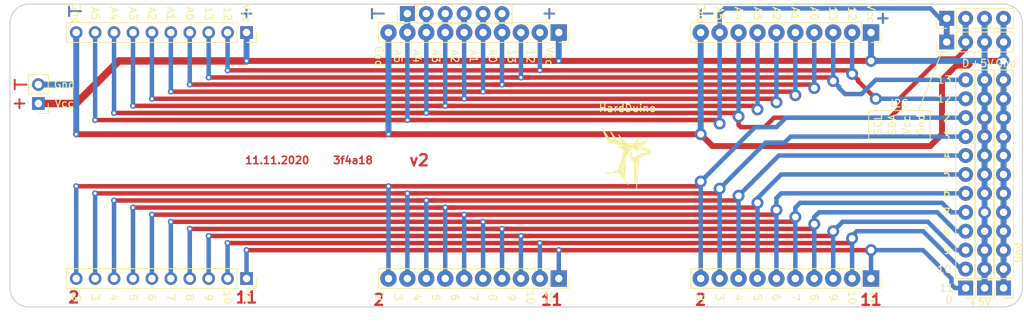
<source format=kicad_pcb>
(kicad_pcb (version 20171130) (host pcbnew "(5.1.8)-1")

  (general
    (thickness 1.6)
    (drawings 113)
    (tracks 330)
    (zones 0)
    (modules 25)
    (nets 21)
  )

  (page A4 portrait)
  (layers
    (0 F.Cu signal)
    (31 B.Cu signal)
    (32 B.Adhes user)
    (33 F.Adhes user)
    (34 B.Paste user)
    (35 F.Paste user)
    (36 B.SilkS user)
    (37 F.SilkS user)
    (38 B.Mask user)
    (39 F.Mask user)
    (40 Dwgs.User user)
    (41 Cmts.User user)
    (42 Eco1.User user)
    (43 Eco2.User user)
    (44 Edge.Cuts user)
    (45 Margin user)
    (46 B.CrtYd user)
    (47 F.CrtYd user)
    (48 B.Fab user)
    (49 F.Fab user)
  )

  (setup
    (last_trace_width 0.25)
    (user_trace_width 0.5)
    (user_trace_width 0.6)
    (user_trace_width 0.8)
    (user_trace_width 1)
    (user_trace_width 1.2)
    (trace_clearance 0.2)
    (zone_clearance 0.508)
    (zone_45_only no)
    (trace_min 0.2)
    (via_size 0.8)
    (via_drill 0.4)
    (via_min_size 0.4)
    (via_min_drill 0.3)
    (user_via 1.6 0.9)
    (uvia_size 0.3)
    (uvia_drill 0.1)
    (uvias_allowed no)
    (uvia_min_size 0.2)
    (uvia_min_drill 0.1)
    (edge_width 0.05)
    (segment_width 0.2)
    (pcb_text_width 0.3)
    (pcb_text_size 1.5 1.5)
    (mod_edge_width 0.12)
    (mod_text_size 1 1)
    (mod_text_width 0.15)
    (pad_size 2 2)
    (pad_drill 1)
    (pad_to_mask_clearance 0.051)
    (solder_mask_min_width 0.1)
    (aux_axis_origin 0 0)
    (visible_elements 7FFFFFFF)
    (pcbplotparams
      (layerselection 0x010f0_ffffffff)
      (usegerberextensions false)
      (usegerberattributes false)
      (usegerberadvancedattributes false)
      (creategerberjobfile false)
      (excludeedgelayer true)
      (linewidth 0.100000)
      (plotframeref false)
      (viasonmask false)
      (mode 1)
      (useauxorigin false)
      (hpglpennumber 1)
      (hpglpenspeed 20)
      (hpglpendiameter 15.000000)
      (psnegative false)
      (psa4output false)
      (plotreference true)
      (plotvalue true)
      (plotinvisibletext false)
      (padsonsilk false)
      (subtractmaskfromsilk false)
      (outputformat 1)
      (mirror false)
      (drillshape 0)
      (scaleselection 1)
      (outputdirectory "gerber/"))
  )

  (net 0 "")
  (net 1 VCC)
  (net 2 /12)
  (net 3 /13)
  (net 4 /A0)
  (net 5 /A1)
  (net 6 /A2)
  (net 7 /A3)
  (net 8 /A4)
  (net 9 /A5)
  (net 10 GND)
  (net 11 /2)
  (net 12 /3)
  (net 13 /4)
  (net 14 /5)
  (net 15 /6)
  (net 16 /7)
  (net 17 /8)
  (net 18 /9)
  (net 19 /10)
  (net 20 /11)

  (net_class Default "Это класс цепей по умолчанию."
    (clearance 0.2)
    (trace_width 0.25)
    (via_dia 0.8)
    (via_drill 0.4)
    (uvia_dia 0.3)
    (uvia_drill 0.1)
    (add_net /10)
    (add_net /11)
    (add_net /12)
    (add_net /13)
    (add_net /2)
    (add_net /3)
    (add_net /4)
    (add_net /5)
    (add_net /6)
    (add_net /7)
    (add_net /8)
    (add_net /9)
    (add_net /A0)
    (add_net /A1)
    (add_net /A2)
    (add_net /A3)
    (add_net /A4)
    (add_net /A5)
    (add_net GND)
    (add_net VCC)
  )

  (module MountingHole:MountingHole_3.2mm_M3 (layer F.Cu) (tedit 56D1B4CB) (tstamp 5D79781E)
    (at 82.55 60.96 90)
    (descr "Mounting Hole 3.2mm, no annular, M3")
    (tags "mounting hole 3.2mm no annular m3")
    (path /5D791BF4)
    (attr virtual)
    (fp_text reference H1 (at 5.08 -2.54) (layer F.SilkS) hide
      (effects (font (size 1 1) (thickness 0.15)))
    )
    (fp_text value MountingHole (at 2.54 -5.08) (layer F.Fab) hide
      (effects (font (size 1 1) (thickness 0.15)))
    )
    (fp_circle (center 0 0) (end 3.2 0) (layer Cmts.User) (width 0.15))
    (fp_circle (center 0 0) (end 3.45 0) (layer F.CrtYd) (width 0.05))
    (fp_text user %R (at 0.3 0) (layer F.Fab)
      (effects (font (size 1 1) (thickness 0.15)))
    )
    (pad 1 np_thru_hole circle (at 0 0) (size 3.2 3.2) (drill 3.2) (layers *.Cu *.Mask))
  )

  (module MountingHole:MountingHole_3.2mm_M3 (layer F.Cu) (tedit 56D1B4CB) (tstamp 5D797826)
    (at 115.57 60.96 90)
    (descr "Mounting Hole 3.2mm, no annular, M3")
    (tags "mounting hole 3.2mm no annular m3")
    (path /5D793188)
    (attr virtual)
    (fp_text reference H2 (at -3.175 3.81) (layer F.SilkS) hide
      (effects (font (size 1 1) (thickness 0.15)))
    )
    (fp_text value MountingHole (at 3.81 5.08) (layer F.Fab) hide
      (effects (font (size 1 1) (thickness 0.15)))
    )
    (fp_circle (center 0 0) (end 3.45 0) (layer F.CrtYd) (width 0.05))
    (fp_circle (center 0 0) (end 3.2 0) (layer Cmts.User) (width 0.15))
    (fp_text user %R (at 0.3 0) (layer F.Fab)
      (effects (font (size 1 1) (thickness 0.15)))
    )
    (pad 1 np_thru_hole circle (at 0 0) (size 3.2 3.2) (drill 3.2) (layers *.Cu *.Mask))
  )

  (module MountingHole:MountingHole_3.2mm_M3 (layer F.Cu) (tedit 56D1B4CB) (tstamp 5D79782E)
    (at 82.55 27.94 90)
    (descr "Mounting Hole 3.2mm, no annular, M3")
    (tags "mounting hole 3.2mm no annular m3")
    (path /5D793224)
    (attr virtual)
    (fp_text reference H3 (at -3.175 3.81) (layer F.SilkS) hide
      (effects (font (size 1 1) (thickness 0.15)))
    )
    (fp_text value MountingHole (at -2.54 -5.08) (layer F.Fab) hide
      (effects (font (size 1 1) (thickness 0.15)))
    )
    (fp_circle (center 0 0) (end 3.2 0) (layer Cmts.User) (width 0.15))
    (fp_circle (center 0 0) (end 3.45 0) (layer F.CrtYd) (width 0.05))
    (fp_text user %R (at 0.3 0) (layer F.Fab)
      (effects (font (size 1 1) (thickness 0.15)))
    )
    (pad 1 np_thru_hole circle (at 0 0) (size 3.2 3.2) (drill 3.2) (layers *.Cu *.Mask))
  )

  (module MountingHole:MountingHole_3.2mm_M3 (layer F.Cu) (tedit 56D1B4CB) (tstamp 5D797836)
    (at 115.57 27.94 90)
    (descr "Mounting Hole 3.2mm, no annular, M3")
    (tags "mounting hole 3.2mm no annular m3")
    (path /5D7932CC)
    (attr virtual)
    (fp_text reference H4 (at 3.175 3.81) (layer F.SilkS) hide
      (effects (font (size 1 1) (thickness 0.15)))
    )
    (fp_text value MountingHole (at -5.08 5.08) (layer F.Fab) hide
      (effects (font (size 1 1) (thickness 0.15)))
    )
    (fp_circle (center 0 0) (end 3.45 0) (layer F.CrtYd) (width 0.05))
    (fp_circle (center 0 0) (end 3.2 0) (layer Cmts.User) (width 0.15))
    (fp_text user %R (at 0 0) (layer F.Fab)
      (effects (font (size 1 1) (thickness 0.15)))
    )
    (pad 1 np_thru_hole circle (at 0 0) (size 3.2 3.2) (drill 3.2) (layers *.Cu *.Mask))
  )

  (module Connector_PinSocket_2.54mm:PinSocket_1x10_P2.54mm_Vertical (layer F.Cu) (tedit 5E7B97EA) (tstamp 5E7BED97)
    (at 110.49 27.94 270)
    (descr "Through hole straight socket strip, 1x10, 2.54mm pitch, single row (from Kicad 4.0.7), script generated")
    (tags "Through hole socket strip THT 1x10 2.54mm single row")
    (path /5E7C174E)
    (fp_text reference J1 (at 0 -2.77 90) (layer F.SilkS) hide
      (effects (font (size 1 1) (thickness 0.15)))
    )
    (fp_text value Conn_01x10_Male (at 5.715 25.0825 90) (layer F.Fab)
      (effects (font (size 1 1) (thickness 0.15)))
    )
    (fp_line (start -1.8 24.6) (end -1.8 -1.8) (layer F.CrtYd) (width 0.05))
    (fp_line (start 1.75 24.6) (end -1.8 24.6) (layer F.CrtYd) (width 0.05))
    (fp_line (start 1.75 -1.8) (end 1.75 24.6) (layer F.CrtYd) (width 0.05))
    (fp_line (start -1.8 -1.8) (end 1.75 -1.8) (layer F.CrtYd) (width 0.05))
    (fp_line (start 0 -1.33) (end 1.33 -1.33) (layer F.SilkS) (width 0.12))
    (fp_line (start 1.33 -1.33) (end 1.33 0) (layer F.SilkS) (width 0.12))
    (fp_line (start 1.33 1.27) (end 1.33 24.19) (layer F.SilkS) (width 0.12))
    (fp_line (start -1.33 24.19) (end 1.33 24.19) (layer F.SilkS) (width 0.12))
    (fp_line (start -1.33 1.27) (end -1.33 24.19) (layer F.SilkS) (width 0.12))
    (fp_line (start -1.33 1.27) (end 1.33 1.27) (layer F.SilkS) (width 0.12))
    (fp_line (start -1.27 24.13) (end -1.27 -1.27) (layer F.Fab) (width 0.1))
    (fp_line (start 1.27 24.13) (end -1.27 24.13) (layer F.Fab) (width 0.1))
    (fp_line (start 1.27 -0.635) (end 1.27 24.13) (layer F.Fab) (width 0.1))
    (fp_line (start 0.635 -1.27) (end 1.27 -0.635) (layer F.Fab) (width 0.1))
    (fp_line (start -1.27 -1.27) (end 0.635 -1.27) (layer F.Fab) (width 0.1))
    (fp_text user %R (at 0 11.43) (layer F.Fab)
      (effects (font (size 1 1) (thickness 0.15)))
    )
    (pad 1 thru_hole rect (at 0 0 270) (size 2.2 2.2) (drill 1) (layers *.Cu *.Mask)
      (net 1 VCC))
    (pad 2 thru_hole oval (at 0 2.54 270) (size 2.2 2.2) (drill 1) (layers *.Cu *.Mask)
      (net 2 /12))
    (pad 3 thru_hole oval (at 0 5.08 270) (size 2.2 2.2) (drill 1) (layers *.Cu *.Mask)
      (net 3 /13))
    (pad 4 thru_hole oval (at 0 7.62 270) (size 2.2 2.2) (drill 1) (layers *.Cu *.Mask)
      (net 4 /A0))
    (pad 5 thru_hole oval (at 0 10.16 270) (size 2.2 2.2) (drill 1) (layers *.Cu *.Mask)
      (net 5 /A1))
    (pad 6 thru_hole oval (at 0 12.7 270) (size 2.2 2.2) (drill 1) (layers *.Cu *.Mask)
      (net 6 /A2))
    (pad 7 thru_hole oval (at 0 15.24 270) (size 2.2 2.2) (drill 1) (layers *.Cu *.Mask)
      (net 7 /A3))
    (pad 8 thru_hole oval (at 0 17.78 270) (size 2.2 2.2) (drill 1) (layers *.Cu *.Mask)
      (net 8 /A4))
    (pad 9 thru_hole oval (at 0 20.32 270) (size 2.2 2.2) (drill 1) (layers *.Cu *.Mask)
      (net 9 /A5))
    (pad 10 thru_hole oval (at 0 22.86 270) (size 2.2 2.2) (drill 1) (layers *.Cu *.Mask)
      (net 10 GND))
    (model ${KISYS3DMOD}/Connector_PinSocket_2.54mm.3dshapes/PinSocket_1x10_P2.54mm_Vertical.wrl
      (at (xyz 0 0 0))
      (scale (xyz 1 1 1))
      (rotate (xyz 0 0 0))
    )
  )

  (module Connector_PinSocket_2.54mm:PinSocket_1x10_P2.54mm_Vertical (layer F.Cu) (tedit 5E7B97E3) (tstamp 5E7BEDB5)
    (at 110.49 60.96 270)
    (descr "Through hole straight socket strip, 1x10, 2.54mm pitch, single row (from Kicad 4.0.7), script generated")
    (tags "Through hole socket strip THT 1x10 2.54mm single row")
    (path /5E7C1FC2)
    (fp_text reference J2 (at 0 -2.77 90) (layer F.SilkS) hide
      (effects (font (size 1 1) (thickness 0.15)))
    )
    (fp_text value Conn_01x10_Male (at 0 25.63 90) (layer F.Fab)
      (effects (font (size 1 1) (thickness 0.15)))
    )
    (fp_line (start -1.27 -1.27) (end 0.635 -1.27) (layer F.Fab) (width 0.1))
    (fp_line (start 0.635 -1.27) (end 1.27 -0.635) (layer F.Fab) (width 0.1))
    (fp_line (start 1.27 -0.635) (end 1.27 24.13) (layer F.Fab) (width 0.1))
    (fp_line (start 1.27 24.13) (end -1.27 24.13) (layer F.Fab) (width 0.1))
    (fp_line (start -1.27 24.13) (end -1.27 -1.27) (layer F.Fab) (width 0.1))
    (fp_line (start -1.33 1.27) (end 1.33 1.27) (layer F.SilkS) (width 0.12))
    (fp_line (start -1.33 1.27) (end -1.33 24.19) (layer F.SilkS) (width 0.12))
    (fp_line (start -1.33 24.19) (end 1.33 24.19) (layer F.SilkS) (width 0.12))
    (fp_line (start 1.33 1.27) (end 1.33 24.19) (layer F.SilkS) (width 0.12))
    (fp_line (start 1.33 -1.33) (end 1.33 0) (layer F.SilkS) (width 0.12))
    (fp_line (start 0 -1.33) (end 1.33 -1.33) (layer F.SilkS) (width 0.12))
    (fp_line (start -1.8 -1.8) (end 1.75 -1.8) (layer F.CrtYd) (width 0.05))
    (fp_line (start 1.75 -1.8) (end 1.75 24.6) (layer F.CrtYd) (width 0.05))
    (fp_line (start 1.75 24.6) (end -1.8 24.6) (layer F.CrtYd) (width 0.05))
    (fp_line (start -1.8 24.6) (end -1.8 -1.8) (layer F.CrtYd) (width 0.05))
    (fp_text user %R (at 0 11.43) (layer F.Fab)
      (effects (font (size 1 1) (thickness 0.15)))
    )
    (pad 10 thru_hole oval (at 0 22.86 270) (size 2.2 2.2) (drill 1) (layers *.Cu *.Mask)
      (net 11 /2))
    (pad 9 thru_hole oval (at 0 20.32 270) (size 2.2 2.2) (drill 1) (layers *.Cu *.Mask)
      (net 12 /3))
    (pad 8 thru_hole oval (at 0 17.78 270) (size 2.2 2.2) (drill 1) (layers *.Cu *.Mask)
      (net 13 /4))
    (pad 7 thru_hole oval (at 0 15.24 270) (size 2.2 2.2) (drill 1) (layers *.Cu *.Mask)
      (net 14 /5))
    (pad 6 thru_hole oval (at 0 12.7 270) (size 2.2 2.2) (drill 1) (layers *.Cu *.Mask)
      (net 15 /6))
    (pad 5 thru_hole oval (at 0 10.16 270) (size 2.2 2.2) (drill 1) (layers *.Cu *.Mask)
      (net 16 /7))
    (pad 4 thru_hole oval (at 0 7.62 270) (size 2.2 2.2) (drill 1) (layers *.Cu *.Mask)
      (net 17 /8))
    (pad 3 thru_hole oval (at 0 5.08 270) (size 2.2 2.2) (drill 1) (layers *.Cu *.Mask)
      (net 18 /9))
    (pad 2 thru_hole oval (at 0 2.54 270) (size 2.2 2.2) (drill 1) (layers *.Cu *.Mask)
      (net 19 /10))
    (pad 1 thru_hole rect (at 0 0 270) (size 2.2 2.2) (drill 1) (layers *.Cu *.Mask)
      (net 20 /11))
    (model ${KISYS3DMOD}/Connector_PinSocket_2.54mm.3dshapes/PinSocket_1x10_P2.54mm_Vertical.wrl
      (at (xyz 0 0 0))
      (scale (xyz 1 1 1))
      (rotate (xyz 0 0 0))
    )
  )

  (module Connector_PinSocket_2.54mm:PinSocket_1x10_P2.54mm_Vertical (layer F.Cu) (tedit 5E7CE84E) (tstamp 5E7BA6FC)
    (at 152.4 27.94 270)
    (descr "Through hole straight socket strip, 1x10, 2.54mm pitch, single row (from Kicad 4.0.7), script generated")
    (tags "Through hole socket strip THT 1x10 2.54mm single row")
    (path /5E7C4275)
    (fp_text reference J3 (at 0 -2.77 90) (layer F.SilkS) hide
      (effects (font (size 1 1) (thickness 0.15)))
    )
    (fp_text value Conn_01x10_Male (at 8.255 24.765 90) (layer F.Fab)
      (effects (font (size 1 1) (thickness 0.15)))
    )
    (fp_line (start -1.8 24.6) (end -1.8 -1.8) (layer F.CrtYd) (width 0.05))
    (fp_line (start 1.75 24.6) (end -1.8 24.6) (layer F.CrtYd) (width 0.05))
    (fp_line (start 1.75 -1.8) (end 1.75 24.6) (layer F.CrtYd) (width 0.05))
    (fp_line (start -1.8 -1.8) (end 1.75 -1.8) (layer F.CrtYd) (width 0.05))
    (fp_line (start 0 -1.33) (end 1.33 -1.33) (layer F.SilkS) (width 0.12))
    (fp_line (start 1.33 -1.33) (end 1.33 0) (layer F.SilkS) (width 0.12))
    (fp_line (start 1.33 1.27) (end 1.33 24.19) (layer F.SilkS) (width 0.12))
    (fp_line (start -1.33 24.19) (end 1.33 24.19) (layer F.SilkS) (width 0.12))
    (fp_line (start -1.33 1.27) (end -1.33 24.19) (layer F.SilkS) (width 0.12))
    (fp_line (start -1.33 1.27) (end 1.33 1.27) (layer F.SilkS) (width 0.12))
    (fp_line (start -1.27 24.13) (end -1.27 -1.27) (layer F.Fab) (width 0.1))
    (fp_line (start 1.27 24.13) (end -1.27 24.13) (layer F.Fab) (width 0.1))
    (fp_line (start 1.27 -0.635) (end 1.27 24.13) (layer F.Fab) (width 0.1))
    (fp_line (start 0.635 -1.27) (end 1.27 -0.635) (layer F.Fab) (width 0.1))
    (fp_line (start -1.27 -1.27) (end 0.635 -1.27) (layer F.Fab) (width 0.1))
    (fp_text user %R (at 0 11.43) (layer F.Fab)
      (effects (font (size 1 1) (thickness 0.15)))
    )
    (pad 1 thru_hole rect (at 0 0 270) (size 2.2 2.2) (drill 1) (layers *.Cu *.Mask)
      (net 1 VCC))
    (pad 2 thru_hole oval (at 0 2.54 270) (size 2.2 2.2) (drill 1) (layers *.Cu *.Mask)
      (net 2 /12))
    (pad 3 thru_hole oval (at 0 5.08 270) (size 2.2 2.2) (drill 1) (layers *.Cu *.Mask)
      (net 3 /13))
    (pad 4 thru_hole oval (at 0 7.62 270) (size 2.2 2.2) (drill 1) (layers *.Cu *.Mask)
      (net 4 /A0))
    (pad 5 thru_hole oval (at 0 10.16 270) (size 2.2 2.2) (drill 1) (layers *.Cu *.Mask)
      (net 5 /A1))
    (pad 6 thru_hole oval (at 0 12.7 270) (size 2.2 2.2) (drill 1) (layers *.Cu *.Mask)
      (net 6 /A2))
    (pad 7 thru_hole oval (at 0 15.24 270) (size 2.2 2.2) (drill 1) (layers *.Cu *.Mask)
      (net 7 /A3))
    (pad 8 thru_hole oval (at 0 17.78 270) (size 2.2 2.2) (drill 1) (layers *.Cu *.Mask)
      (net 8 /A4))
    (pad 9 thru_hole oval (at 0 20.32 270) (size 2.2 2.2) (drill 1) (layers *.Cu *.Mask)
      (net 9 /A5))
    (pad 10 thru_hole oval (at 0 22.86 270) (size 2.2 2.2) (drill 1) (layers *.Cu *.Mask)
      (net 10 GND))
    (model ${KISYS3DMOD}/Connector_PinSocket_2.54mm.3dshapes/PinSocket_1x10_P2.54mm_Vertical.wrl
      (at (xyz 0 0 0))
      (scale (xyz 1 1 1))
      (rotate (xyz 0 0 0))
    )
  )

  (module Connector_PinSocket_2.54mm:PinSocket_1x10_P2.54mm_Vertical (layer F.Cu) (tedit 5E7CE8C4) (tstamp 5E7BA71A)
    (at 152.4 60.96 270)
    (descr "Through hole straight socket strip, 1x10, 2.54mm pitch, single row (from Kicad 4.0.7), script generated")
    (tags "Through hole socket strip THT 1x10 2.54mm single row")
    (path /5E7C5413)
    (fp_text reference J4 (at 0 -2.77 90) (layer F.SilkS) hide
      (effects (font (size 1 1) (thickness 0.15)))
    )
    (fp_text value Conn_01x10_Male (at 0 25.63 90) (layer F.Fab)
      (effects (font (size 1 1) (thickness 0.15)))
    )
    (fp_line (start -1.27 -1.27) (end 0.635 -1.27) (layer F.Fab) (width 0.1))
    (fp_line (start 0.635 -1.27) (end 1.27 -0.635) (layer F.Fab) (width 0.1))
    (fp_line (start 1.27 -0.635) (end 1.27 24.13) (layer F.Fab) (width 0.1))
    (fp_line (start 1.27 24.13) (end -1.27 24.13) (layer F.Fab) (width 0.1))
    (fp_line (start -1.27 24.13) (end -1.27 -1.27) (layer F.Fab) (width 0.1))
    (fp_line (start -1.33 1.27) (end 1.33 1.27) (layer F.SilkS) (width 0.12))
    (fp_line (start -1.33 1.27) (end -1.33 24.19) (layer F.SilkS) (width 0.12))
    (fp_line (start -1.33 24.19) (end 1.33 24.19) (layer F.SilkS) (width 0.12))
    (fp_line (start 1.33 1.27) (end 1.33 24.19) (layer F.SilkS) (width 0.12))
    (fp_line (start 1.33 -1.33) (end 1.33 0) (layer F.SilkS) (width 0.12))
    (fp_line (start 0 -1.33) (end 1.33 -1.33) (layer F.SilkS) (width 0.12))
    (fp_line (start -1.8 -1.8) (end 1.75 -1.8) (layer F.CrtYd) (width 0.05))
    (fp_line (start 1.75 -1.8) (end 1.75 24.6) (layer F.CrtYd) (width 0.05))
    (fp_line (start 1.75 24.6) (end -1.8 24.6) (layer F.CrtYd) (width 0.05))
    (fp_line (start -1.8 24.6) (end -1.8 -1.8) (layer F.CrtYd) (width 0.05))
    (fp_text user %R (at 0 11.43) (layer F.Fab)
      (effects (font (size 1 1) (thickness 0.15)))
    )
    (pad 10 thru_hole oval (at 0 22.86 270) (size 2.2 2.2) (drill 1) (layers *.Cu *.Mask)
      (net 11 /2))
    (pad 9 thru_hole oval (at 0 20.32 270) (size 2.2 2.2) (drill 1) (layers *.Cu *.Mask)
      (net 12 /3))
    (pad 8 thru_hole oval (at 0 17.78 270) (size 2.2 2.2) (drill 1) (layers *.Cu *.Mask)
      (net 13 /4))
    (pad 7 thru_hole oval (at 0 15.24 270) (size 2.2 2.2) (drill 1) (layers *.Cu *.Mask)
      (net 14 /5))
    (pad 6 thru_hole oval (at 0 12.7 270) (size 2.2 2.2) (drill 1) (layers *.Cu *.Mask)
      (net 15 /6))
    (pad 5 thru_hole oval (at 0 10.16 270) (size 2.2 2.2) (drill 1) (layers *.Cu *.Mask)
      (net 16 /7))
    (pad 4 thru_hole oval (at 0 7.62 270) (size 2.2 2.2) (drill 1) (layers *.Cu *.Mask)
      (net 17 /8))
    (pad 3 thru_hole oval (at 0 5.08 270) (size 2.2 2.2) (drill 1) (layers *.Cu *.Mask)
      (net 18 /9))
    (pad 2 thru_hole oval (at 0 2.54 270) (size 2.2 2.2) (drill 1) (layers *.Cu *.Mask)
      (net 19 /10))
    (pad 1 thru_hole rect (at 0 0 270) (size 2.2 2.2) (drill 1) (layers *.Cu *.Mask)
      (net 20 /11))
    (model ${KISYS3DMOD}/Connector_PinSocket_2.54mm.3dshapes/PinSocket_1x10_P2.54mm_Vertical.wrl
      (at (xyz 0 0 0))
      (scale (xyz 1 1 1))
      (rotate (xyz 0 0 0))
    )
  )

  (module Connector_PinHeader_2.54mm:PinHeader_1x04_P2.54mm_Vertical (layer F.Cu) (tedit 5E7CE68F) (tstamp 5E7BA732)
    (at 162.56 29.21 90)
    (descr "Through hole straight pin header, 1x04, 2.54mm pitch, single row")
    (tags "Through hole pin header THT 1x04 2.54mm single row")
    (path /5E7C99CD)
    (fp_text reference J5 (at 0 -2.33 90) (layer F.SilkS) hide
      (effects (font (size 1 1) (thickness 0.15)))
    )
    (fp_text value Conn_01x04_Male (at -3.4925 6.35 90) (layer F.Fab)
      (effects (font (size 1 1) (thickness 0.15)))
    )
    (fp_line (start -0.635 -1.27) (end 1.27 -1.27) (layer F.Fab) (width 0.1))
    (fp_line (start 1.27 -1.27) (end 1.27 8.89) (layer F.Fab) (width 0.1))
    (fp_line (start 1.27 8.89) (end -1.27 8.89) (layer F.Fab) (width 0.1))
    (fp_line (start -1.27 8.89) (end -1.27 -0.635) (layer F.Fab) (width 0.1))
    (fp_line (start -1.27 -0.635) (end -0.635 -1.27) (layer F.Fab) (width 0.1))
    (fp_line (start -1.33 8.95) (end 1.33 8.95) (layer F.SilkS) (width 0.12))
    (fp_line (start -1.33 1.27) (end -1.33 8.95) (layer F.SilkS) (width 0.12))
    (fp_line (start 1.33 1.27) (end 1.33 8.95) (layer F.SilkS) (width 0.12))
    (fp_line (start -1.33 1.27) (end 1.33 1.27) (layer F.SilkS) (width 0.12))
    (fp_line (start -1.33 0) (end -1.33 -1.33) (layer F.SilkS) (width 0.12))
    (fp_line (start -1.33 -1.33) (end 0 -1.33) (layer F.SilkS) (width 0.12))
    (fp_line (start -1.8 -1.8) (end -1.8 9.4) (layer F.CrtYd) (width 0.05))
    (fp_line (start -1.8 9.4) (end 1.8 9.4) (layer F.CrtYd) (width 0.05))
    (fp_line (start 1.8 9.4) (end 1.8 -1.8) (layer F.CrtYd) (width 0.05))
    (fp_line (start 1.8 -1.8) (end -1.8 -1.8) (layer F.CrtYd) (width 0.05))
    (fp_text user %R (at 0 3.81) (layer F.Fab)
      (effects (font (size 1 1) (thickness 0.15)))
    )
    (pad 4 thru_hole oval (at 0 7.62 90) (size 2 2) (drill 1) (layers *.Cu *.Mask)
      (net 10 GND))
    (pad 3 thru_hole oval (at 0 5.08 90) (size 2 2) (drill 1) (layers *.Cu *.Mask)
      (net 1 VCC))
    (pad 2 thru_hole oval (at 0 2.54 90) (size 2 2) (drill 1) (layers *.Cu *.Mask)
      (net 8 /A4))
    (pad 1 thru_hole rect (at 0 0 90) (size 2 2) (drill 1) (layers *.Cu *.Mask)
      (net 9 /A5))
    (model ${KISYS3DMOD}/Connector_PinHeader_2.54mm.3dshapes/PinHeader_1x04_P2.54mm_Vertical.wrl
      (at (xyz 0 0 0))
      (scale (xyz 1 1 1))
      (rotate (xyz 0 0 0))
    )
  )

  (module Connector_PinHeader_2.54mm:PinHeader_1x04_P2.54mm_Vertical (layer F.Cu) (tedit 5E7CE686) (tstamp 5E7BA74A)
    (at 162.56 26.035 90)
    (descr "Through hole straight pin header, 1x04, 2.54mm pitch, single row")
    (tags "Through hole pin header THT 1x04 2.54mm single row")
    (path /5E7C919F)
    (fp_text reference J6 (at 0 -2.33 90) (layer F.SilkS) hide
      (effects (font (size 1 1) (thickness 0.15)))
    )
    (fp_text value Conn_01x04_Male (at -6.35 6.35 90) (layer F.Fab)
      (effects (font (size 1 1) (thickness 0.15)))
    )
    (fp_line (start 1.8 -1.8) (end -1.8 -1.8) (layer F.CrtYd) (width 0.05))
    (fp_line (start 1.8 9.4) (end 1.8 -1.8) (layer F.CrtYd) (width 0.05))
    (fp_line (start -1.8 9.4) (end 1.8 9.4) (layer F.CrtYd) (width 0.05))
    (fp_line (start -1.8 -1.8) (end -1.8 9.4) (layer F.CrtYd) (width 0.05))
    (fp_line (start -1.33 -1.33) (end 0 -1.33) (layer F.SilkS) (width 0.12))
    (fp_line (start -1.33 0) (end -1.33 -1.33) (layer F.SilkS) (width 0.12))
    (fp_line (start -1.33 1.27) (end 1.33 1.27) (layer F.SilkS) (width 0.12))
    (fp_line (start 1.33 1.27) (end 1.33 8.95) (layer F.SilkS) (width 0.12))
    (fp_line (start -1.33 1.27) (end -1.33 8.95) (layer F.SilkS) (width 0.12))
    (fp_line (start -1.33 8.95) (end 1.33 8.95) (layer F.SilkS) (width 0.12))
    (fp_line (start -1.27 -0.635) (end -0.635 -1.27) (layer F.Fab) (width 0.1))
    (fp_line (start -1.27 8.89) (end -1.27 -0.635) (layer F.Fab) (width 0.1))
    (fp_line (start 1.27 8.89) (end -1.27 8.89) (layer F.Fab) (width 0.1))
    (fp_line (start 1.27 -1.27) (end 1.27 8.89) (layer F.Fab) (width 0.1))
    (fp_line (start -0.635 -1.27) (end 1.27 -1.27) (layer F.Fab) (width 0.1))
    (fp_text user %R (at 0 3.81 180) (layer F.Fab)
      (effects (font (size 1 1) (thickness 0.15)))
    )
    (pad 1 thru_hole rect (at 0 0 90) (size 2 2) (drill 1) (layers *.Cu *.Mask)
      (net 9 /A5))
    (pad 2 thru_hole oval (at 0 2.54 90) (size 2 2) (drill 1) (layers *.Cu *.Mask)
      (net 8 /A4))
    (pad 3 thru_hole oval (at 0 5.08 90) (size 2 2) (drill 1) (layers *.Cu *.Mask)
      (net 1 VCC))
    (pad 4 thru_hole oval (at 0 7.62 90) (size 2 2) (drill 1) (layers *.Cu *.Mask)
      (net 10 GND))
    (model ${KISYS3DMOD}/Connector_PinHeader_2.54mm.3dshapes/PinHeader_1x04_P2.54mm_Vertical.wrl
      (at (xyz 0 0 0))
      (scale (xyz 1 1 1))
      (rotate (xyz 0 0 0))
    )
  )

  (module Connector_PinHeader_2.54mm:PinHeader_1x12_P2.54mm_Vertical (layer F.Cu) (tedit 5E7CE7F1) (tstamp 5E7BA76A)
    (at 165.1 62.23 180)
    (descr "Through hole straight pin header, 1x12, 2.54mm pitch, single row")
    (tags "Through hole pin header THT 1x12 2.54mm single row")
    (path /5E7C66E2)
    (fp_text reference J7 (at 0.9525 -1.905) (layer F.SilkS) hide
      (effects (font (size 1 1) (thickness 0.15)))
    )
    (fp_text value Conn_01x12_Male (at 0 30.27) (layer F.Fab)
      (effects (font (size 1 1) (thickness 0.15)))
    )
    (fp_line (start 1.8 -1.8) (end -1.8 -1.8) (layer F.CrtYd) (width 0.05))
    (fp_line (start 1.8 29.75) (end 1.8 -1.8) (layer F.CrtYd) (width 0.05))
    (fp_line (start -1.8 29.75) (end 1.8 29.75) (layer F.CrtYd) (width 0.05))
    (fp_line (start -1.8 -1.8) (end -1.8 29.75) (layer F.CrtYd) (width 0.05))
    (fp_line (start -1.33 -1.33) (end 0 -1.33) (layer F.SilkS) (width 0.12))
    (fp_line (start -1.33 0) (end -1.33 -1.33) (layer F.SilkS) (width 0.12))
    (fp_line (start -1.33 1.27) (end 1.33 1.27) (layer F.SilkS) (width 0.12))
    (fp_line (start 1.33 1.27) (end 1.33 29.27) (layer F.SilkS) (width 0.12))
    (fp_line (start -1.33 1.27) (end -1.33 29.27) (layer F.SilkS) (width 0.12))
    (fp_line (start -1.33 29.27) (end 1.33 29.27) (layer F.SilkS) (width 0.12))
    (fp_line (start -1.27 -0.635) (end -0.635 -1.27) (layer F.Fab) (width 0.1))
    (fp_line (start -1.27 29.21) (end -1.27 -0.635) (layer F.Fab) (width 0.1))
    (fp_line (start 1.27 29.21) (end -1.27 29.21) (layer F.Fab) (width 0.1))
    (fp_line (start 1.27 -1.27) (end 1.27 29.21) (layer F.Fab) (width 0.1))
    (fp_line (start -0.635 -1.27) (end 1.27 -1.27) (layer F.Fab) (width 0.1))
    (fp_text user %R (at 0 13.97 90) (layer F.Fab)
      (effects (font (size 1 1) (thickness 0.15)))
    )
    (pad 1 thru_hole rect (at 0 0 180) (size 2 2) (drill 1) (layers *.Cu *.Mask)
      (net 20 /11))
    (pad 2 thru_hole oval (at 0 2.54 180) (size 2 2) (drill 1) (layers *.Cu *.Mask)
      (net 19 /10))
    (pad 3 thru_hole oval (at 0 5.08 180) (size 2 2) (drill 1) (layers *.Cu *.Mask)
      (net 18 /9))
    (pad 4 thru_hole oval (at 0 7.62 180) (size 2 2) (drill 1) (layers *.Cu *.Mask)
      (net 17 /8))
    (pad 5 thru_hole oval (at 0 10.16 180) (size 2 2) (drill 1) (layers *.Cu *.Mask)
      (net 16 /7))
    (pad 6 thru_hole oval (at 0 12.7 180) (size 2 2) (drill 1) (layers *.Cu *.Mask)
      (net 15 /6))
    (pad 7 thru_hole oval (at 0 15.24 180) (size 2 2) (drill 1) (layers *.Cu *.Mask)
      (net 14 /5))
    (pad 8 thru_hole oval (at 0 17.78 180) (size 2 2) (drill 1) (layers *.Cu *.Mask)
      (net 13 /4))
    (pad 9 thru_hole oval (at 0 20.32 180) (size 2 2) (drill 1) (layers *.Cu *.Mask)
      (net 12 /3))
    (pad 10 thru_hole oval (at 0 22.86 180) (size 2 2) (drill 1) (layers *.Cu *.Mask)
      (net 11 /2))
    (pad 11 thru_hole oval (at 0 25.4 180) (size 2 2) (drill 1) (layers *.Cu *.Mask)
      (net 2 /12))
    (pad 12 thru_hole oval (at 0 27.94 180) (size 2 2) (drill 1) (layers *.Cu *.Mask)
      (net 3 /13))
    (model ${KISYS3DMOD}/Connector_PinHeader_2.54mm.3dshapes/PinHeader_1x12_P2.54mm_Vertical.wrl
      (at (xyz 0 0 0))
      (scale (xyz 1 1 1))
      (rotate (xyz 0 0 0))
    )
  )

  (module Connector_PinHeader_2.54mm:PinHeader_1x12_P2.54mm_Vertical (layer F.Cu) (tedit 5E7CE7AC) (tstamp 5E7BA78A)
    (at 167.64 62.23 180)
    (descr "Through hole straight pin header, 1x12, 2.54mm pitch, single row")
    (tags "Through hole pin header THT 1x12 2.54mm single row")
    (path /5E7C83F6)
    (fp_text reference J8 (at 0.635 -1.905) (layer F.SilkS) hide
      (effects (font (size 1 1) (thickness 0.15)))
    )
    (fp_text value Conn_01x12_Male (at 1.905 34.6075) (layer F.Fab)
      (effects (font (size 1 1) (thickness 0.15)))
    )
    (fp_line (start 1.8 -1.8) (end -1.8 -1.8) (layer F.CrtYd) (width 0.05))
    (fp_line (start 1.8 29.75) (end 1.8 -1.8) (layer F.CrtYd) (width 0.05))
    (fp_line (start -1.8 29.75) (end 1.8 29.75) (layer F.CrtYd) (width 0.05))
    (fp_line (start -1.8 -1.8) (end -1.8 29.75) (layer F.CrtYd) (width 0.05))
    (fp_line (start -1.33 -1.33) (end 0 -1.33) (layer F.SilkS) (width 0.12))
    (fp_line (start -1.33 0) (end -1.33 -1.33) (layer F.SilkS) (width 0.12))
    (fp_line (start -1.33 1.27) (end 1.33 1.27) (layer F.SilkS) (width 0.12))
    (fp_line (start 1.33 1.27) (end 1.33 29.27) (layer F.SilkS) (width 0.12))
    (fp_line (start -1.33 1.27) (end -1.33 29.27) (layer F.SilkS) (width 0.12))
    (fp_line (start -1.33 29.27) (end 1.33 29.27) (layer F.SilkS) (width 0.12))
    (fp_line (start -1.27 -0.635) (end -0.635 -1.27) (layer F.Fab) (width 0.1))
    (fp_line (start -1.27 29.21) (end -1.27 -0.635) (layer F.Fab) (width 0.1))
    (fp_line (start 1.27 29.21) (end -1.27 29.21) (layer F.Fab) (width 0.1))
    (fp_line (start 1.27 -1.27) (end 1.27 29.21) (layer F.Fab) (width 0.1))
    (fp_line (start -0.635 -1.27) (end 1.27 -1.27) (layer F.Fab) (width 0.1))
    (fp_text user %R (at 0 13.97 90) (layer F.Fab)
      (effects (font (size 1 1) (thickness 0.15)))
    )
    (pad 1 thru_hole rect (at 0 0 180) (size 2 2) (drill 1) (layers *.Cu *.Mask)
      (net 1 VCC))
    (pad 2 thru_hole oval (at 0 2.54 180) (size 2 2) (drill 1) (layers *.Cu *.Mask)
      (net 1 VCC))
    (pad 3 thru_hole oval (at 0 5.08 180) (size 2 2) (drill 1) (layers *.Cu *.Mask)
      (net 1 VCC))
    (pad 4 thru_hole oval (at 0 7.62 180) (size 2 2) (drill 1) (layers *.Cu *.Mask)
      (net 1 VCC))
    (pad 5 thru_hole oval (at 0 10.16 180) (size 1.7 1.7) (drill 1) (layers *.Cu *.Mask)
      (net 1 VCC))
    (pad 6 thru_hole oval (at 0 12.7 180) (size 2 2) (drill 1) (layers *.Cu *.Mask)
      (net 1 VCC))
    (pad 7 thru_hole oval (at 0 15.24 180) (size 2 2) (drill 1) (layers *.Cu *.Mask)
      (net 1 VCC))
    (pad 8 thru_hole oval (at 0 17.78 180) (size 2 2) (drill 1) (layers *.Cu *.Mask)
      (net 1 VCC))
    (pad 9 thru_hole oval (at 0 20.32 180) (size 2 2) (drill 1) (layers *.Cu *.Mask)
      (net 1 VCC))
    (pad 10 thru_hole oval (at 0 22.86 180) (size 2 2) (drill 1) (layers *.Cu *.Mask)
      (net 1 VCC))
    (pad 11 thru_hole oval (at 0 25.4 180) (size 2 2) (drill 1) (layers *.Cu *.Mask)
      (net 1 VCC))
    (pad 12 thru_hole oval (at 0 27.94 180) (size 2 2) (drill 1) (layers *.Cu *.Mask)
      (net 1 VCC))
    (model ${KISYS3DMOD}/Connector_PinHeader_2.54mm.3dshapes/PinHeader_1x12_P2.54mm_Vertical.wrl
      (at (xyz 0 0 0))
      (scale (xyz 1 1 1))
      (rotate (xyz 0 0 0))
    )
  )

  (module Connector_PinHeader_2.54mm:PinHeader_1x12_P2.54mm_Vertical (layer F.Cu) (tedit 5E7CE74E) (tstamp 5E7BA7AA)
    (at 170.18 62.23 180)
    (descr "Through hole straight pin header, 1x12, 2.54mm pitch, single row")
    (tags "Through hole pin header THT 1x12 2.54mm single row")
    (path /5E7C7558)
    (fp_text reference J9 (at 0.635 -1.905) (layer F.SilkS) hide
      (effects (font (size 1 1) (thickness 0.15)))
    )
    (fp_text value Conn_01x12_Male (at 5.08 26.67) (layer F.Fab)
      (effects (font (size 1 1) (thickness 0.15)))
    )
    (fp_line (start -0.635 -1.27) (end 1.27 -1.27) (layer F.Fab) (width 0.1))
    (fp_line (start 1.27 -1.27) (end 1.27 29.21) (layer F.Fab) (width 0.1))
    (fp_line (start 1.27 29.21) (end -1.27 29.21) (layer F.Fab) (width 0.1))
    (fp_line (start -1.27 29.21) (end -1.27 -0.635) (layer F.Fab) (width 0.1))
    (fp_line (start -1.27 -0.635) (end -0.635 -1.27) (layer F.Fab) (width 0.1))
    (fp_line (start -1.33 29.27) (end 1.33 29.27) (layer F.SilkS) (width 0.12))
    (fp_line (start -1.33 1.27) (end -1.33 29.27) (layer F.SilkS) (width 0.12))
    (fp_line (start 1.33 1.27) (end 1.33 29.27) (layer F.SilkS) (width 0.12))
    (fp_line (start -1.33 1.27) (end 1.33 1.27) (layer F.SilkS) (width 0.12))
    (fp_line (start -1.33 0) (end -1.33 -1.33) (layer F.SilkS) (width 0.12))
    (fp_line (start -1.33 -1.33) (end 0 -1.33) (layer F.SilkS) (width 0.12))
    (fp_line (start -1.8 -1.8) (end -1.8 29.75) (layer F.CrtYd) (width 0.05))
    (fp_line (start -1.8 29.75) (end 1.8 29.75) (layer F.CrtYd) (width 0.05))
    (fp_line (start 1.8 29.75) (end 1.8 -1.8) (layer F.CrtYd) (width 0.05))
    (fp_line (start 1.8 -1.8) (end -1.8 -1.8) (layer F.CrtYd) (width 0.05))
    (fp_text user %R (at 0 13.97 90) (layer F.Fab)
      (effects (font (size 1 1) (thickness 0.15)))
    )
    (pad 12 thru_hole oval (at 0 27.94 180) (size 2 2) (drill 1) (layers *.Cu *.Mask)
      (net 10 GND))
    (pad 11 thru_hole oval (at 0 25.4 180) (size 2 2) (drill 1) (layers *.Cu *.Mask)
      (net 10 GND))
    (pad 10 thru_hole oval (at 0 22.86 180) (size 2 2) (drill 1) (layers *.Cu *.Mask)
      (net 10 GND))
    (pad 9 thru_hole oval (at 0 20.32 180) (size 2 2) (drill 1) (layers *.Cu *.Mask)
      (net 10 GND))
    (pad 8 thru_hole oval (at 0 17.78 180) (size 2 2) (drill 1) (layers *.Cu *.Mask)
      (net 10 GND))
    (pad 7 thru_hole oval (at 0 15.24 180) (size 2 2) (drill 1) (layers *.Cu *.Mask)
      (net 10 GND))
    (pad 6 thru_hole oval (at 0 12.7 180) (size 2 2) (drill 1) (layers *.Cu *.Mask)
      (net 10 GND))
    (pad 5 thru_hole oval (at 0 10.16 180) (size 2 2) (drill 1) (layers *.Cu *.Mask)
      (net 10 GND))
    (pad 4 thru_hole oval (at 0 7.62 180) (size 2 2) (drill 1) (layers *.Cu *.Mask)
      (net 10 GND))
    (pad 3 thru_hole oval (at 0 5.08 180) (size 2 2) (drill 1) (layers *.Cu *.Mask)
      (net 10 GND))
    (pad 2 thru_hole oval (at 0 2.54 180) (size 2 2) (drill 1) (layers *.Cu *.Mask)
      (net 10 GND))
    (pad 1 thru_hole rect (at 0 0 180) (size 2 2) (drill 1) (layers *.Cu *.Mask)
      (net 10 GND))
    (model ${KISYS3DMOD}/Connector_PinHeader_2.54mm.3dshapes/PinHeader_1x12_P2.54mm_Vertical.wrl
      (at (xyz 0 0 0))
      (scale (xyz 1 1 1))
      (rotate (xyz 0 0 0))
    )
  )

  (module Connector_PinHeader_2.54mm:PinHeader_1x02_P2.54mm_Vertical (layer F.Cu) (tedit 59FED5CC) (tstamp 5E7BA7C0)
    (at 40.64 37.465 180)
    (descr "Through hole straight pin header, 1x02, 2.54mm pitch, single row")
    (tags "Through hole pin header THT 1x02 2.54mm single row")
    (path /5E7CA196)
    (fp_text reference J10 (at 0 -2.33) (layer F.SilkS) hide
      (effects (font (size 1 1) (thickness 0.15)))
    )
    (fp_text value Conn_01x02_Male (at -3.175 -4.1275) (layer F.Fab)
      (effects (font (size 1 1) (thickness 0.15)))
    )
    (fp_line (start 1.8 -1.8) (end -1.8 -1.8) (layer F.CrtYd) (width 0.05))
    (fp_line (start 1.8 4.35) (end 1.8 -1.8) (layer F.CrtYd) (width 0.05))
    (fp_line (start -1.8 4.35) (end 1.8 4.35) (layer F.CrtYd) (width 0.05))
    (fp_line (start -1.8 -1.8) (end -1.8 4.35) (layer F.CrtYd) (width 0.05))
    (fp_line (start -1.33 -1.33) (end 0 -1.33) (layer F.SilkS) (width 0.12))
    (fp_line (start -1.33 0) (end -1.33 -1.33) (layer F.SilkS) (width 0.12))
    (fp_line (start -1.33 1.27) (end 1.33 1.27) (layer F.SilkS) (width 0.12))
    (fp_line (start 1.33 1.27) (end 1.33 3.87) (layer F.SilkS) (width 0.12))
    (fp_line (start -1.33 1.27) (end -1.33 3.87) (layer F.SilkS) (width 0.12))
    (fp_line (start -1.33 3.87) (end 1.33 3.87) (layer F.SilkS) (width 0.12))
    (fp_line (start -1.27 -0.635) (end -0.635 -1.27) (layer F.Fab) (width 0.1))
    (fp_line (start -1.27 3.81) (end -1.27 -0.635) (layer F.Fab) (width 0.1))
    (fp_line (start 1.27 3.81) (end -1.27 3.81) (layer F.Fab) (width 0.1))
    (fp_line (start 1.27 -1.27) (end 1.27 3.81) (layer F.Fab) (width 0.1))
    (fp_line (start -0.635 -1.27) (end 1.27 -1.27) (layer F.Fab) (width 0.1))
    (fp_text user %R (at 0 1.27 90) (layer F.Fab)
      (effects (font (size 1 1) (thickness 0.15)))
    )
    (pad 1 thru_hole rect (at 0 0 180) (size 1.7 1.7) (drill 1) (layers *.Cu *.Mask)
      (net 1 VCC))
    (pad 2 thru_hole oval (at 0 2.54 180) (size 1.7 1.7) (drill 1) (layers *.Cu *.Mask)
      (net 10 GND))
    (model ${KISYS3DMOD}/Connector_PinHeader_2.54mm.3dshapes/PinHeader_1x02_P2.54mm_Vertical.wrl
      (at (xyz 0 0 0))
      (scale (xyz 1 1 1))
      (rotate (xyz 0 0 0))
    )
  )

  (module MountingHole:MountingHole_3.2mm_M3 (layer F.Cu) (tedit 56D1B4CB) (tstamp 5E7BA41D)
    (at 157.48 27.94)
    (descr "Mounting Hole 3.2mm, no annular, M3")
    (tags "mounting hole 3.2mm no annular m3")
    (path /5E7BCAAE)
    (attr virtual)
    (fp_text reference H5 (at -3.81 -3.175) (layer F.SilkS) hide
      (effects (font (size 1 1) (thickness 0.15)))
    )
    (fp_text value MountingHole (at 0 4.2) (layer F.Fab)
      (effects (font (size 1 1) (thickness 0.15)))
    )
    (fp_circle (center 0 0) (end 3.2 0) (layer Cmts.User) (width 0.15))
    (fp_circle (center 0 0) (end 3.45 0) (layer F.CrtYd) (width 0.05))
    (fp_text user %R (at 0.3 0) (layer F.Fab)
      (effects (font (size 1 1) (thickness 0.15)))
    )
    (pad 1 np_thru_hole circle (at 0 0) (size 3.2 3.2) (drill 3.2) (layers *.Cu *.Mask))
  )

  (module MountingHole:MountingHole_3.2mm_M3 (layer F.Cu) (tedit 56D1B4CB) (tstamp 5E7BA425)
    (at 124.46 27.94)
    (descr "Mounting Hole 3.2mm, no annular, M3")
    (tags "mounting hole 3.2mm no annular m3")
    (path /5E7BCF2B)
    (attr virtual)
    (fp_text reference H6 (at -3.81 -3.175) (layer F.SilkS) hide
      (effects (font (size 1 1) (thickness 0.15)))
    )
    (fp_text value MountingHole (at 0 4.2) (layer F.Fab)
      (effects (font (size 1 1) (thickness 0.15)))
    )
    (fp_circle (center 0 0) (end 3.45 0) (layer F.CrtYd) (width 0.05))
    (fp_circle (center 0 0) (end 3.2 0) (layer Cmts.User) (width 0.15))
    (fp_text user %R (at 0.3 0) (layer F.Fab)
      (effects (font (size 1 1) (thickness 0.15)))
    )
    (pad 1 np_thru_hole circle (at 0 0) (size 3.2 3.2) (drill 3.2) (layers *.Cu *.Mask))
  )

  (module MountingHole:MountingHole_3.2mm_M3 (layer F.Cu) (tedit 56D1B4CB) (tstamp 5E7BA42D)
    (at 157.48 60.96)
    (descr "Mounting Hole 3.2mm, no annular, M3")
    (tags "mounting hole 3.2mm no annular m3")
    (path /5E7BD33B)
    (attr virtual)
    (fp_text reference H7 (at 4.445 2.54) (layer F.SilkS) hide
      (effects (font (size 1 1) (thickness 0.15)))
    )
    (fp_text value MountingHole (at 0 4.2) (layer F.Fab)
      (effects (font (size 1 1) (thickness 0.15)))
    )
    (fp_circle (center 0 0) (end 3.2 0) (layer Cmts.User) (width 0.15))
    (fp_circle (center 0 0) (end 3.45 0) (layer F.CrtYd) (width 0.05))
    (fp_text user %R (at 0.3 0) (layer F.Fab)
      (effects (font (size 1 1) (thickness 0.15)))
    )
    (pad 1 np_thru_hole circle (at 0 0) (size 3.2 3.2) (drill 3.2) (layers *.Cu *.Mask))
  )

  (module MountingHole:MountingHole_3.2mm_M3 (layer F.Cu) (tedit 56D1B4CB) (tstamp 5E7BA435)
    (at 124.46 60.96)
    (descr "Mounting Hole 3.2mm, no annular, M3")
    (tags "mounting hole 3.2mm no annular m3")
    (path /5E7BD737)
    (attr virtual)
    (fp_text reference H8 (at -3.81 3.175) (layer F.SilkS) hide
      (effects (font (size 1 1) (thickness 0.15)))
    )
    (fp_text value MountingHole (at 0 4.2) (layer F.Fab)
      (effects (font (size 1 1) (thickness 0.15)))
    )
    (fp_circle (center 0 0) (end 3.45 0) (layer F.CrtYd) (width 0.05))
    (fp_circle (center 0 0) (end 3.2 0) (layer Cmts.User) (width 0.15))
    (fp_text user %R (at 0.3 0) (layer F.Fab)
      (effects (font (size 1 1) (thickness 0.15)))
    )
    (pad 1 np_thru_hole circle (at 0 0) (size 3.2 3.2) (drill 3.2) (layers *.Cu *.Mask))
  )

  (module Connector_PinHeader_2.54mm:PinHeader_1x06_P2.54mm_Vertical (layer F.Cu) (tedit 5E7CE8FE) (tstamp 5E7BB83C)
    (at 90.17 25.4 90)
    (descr "Through hole straight pin header, 1x06, 2.54mm pitch, single row")
    (tags "Through hole pin header THT 1x06 2.54mm single row")
    (path /5E7DADE2)
    (fp_text reference J11 (at -5.08 1.27 90) (layer F.SilkS) hide
      (effects (font (size 1 1) (thickness 0.15)))
    )
    (fp_text value Conn_01x06_Male (at -11.1125 22.225 90) (layer F.Fab)
      (effects (font (size 1 1) (thickness 0.15)))
    )
    (fp_line (start 1.8 -1.8) (end -1.8 -1.8) (layer F.CrtYd) (width 0.05))
    (fp_line (start 1.8 14.5) (end 1.8 -1.8) (layer F.CrtYd) (width 0.05))
    (fp_line (start -1.8 14.5) (end 1.8 14.5) (layer F.CrtYd) (width 0.05))
    (fp_line (start -1.8 -1.8) (end -1.8 14.5) (layer F.CrtYd) (width 0.05))
    (fp_line (start -1.33 -1.33) (end 0 -1.33) (layer F.SilkS) (width 0.12))
    (fp_line (start -1.33 0) (end -1.33 -1.33) (layer F.SilkS) (width 0.12))
    (fp_line (start -1.33 1.27) (end 1.33 1.27) (layer F.SilkS) (width 0.12))
    (fp_line (start 1.33 1.27) (end 1.33 14.03) (layer F.SilkS) (width 0.12))
    (fp_line (start -1.33 1.27) (end -1.33 14.03) (layer F.SilkS) (width 0.12))
    (fp_line (start -1.33 14.03) (end 1.33 14.03) (layer F.SilkS) (width 0.12))
    (fp_line (start -1.27 -0.635) (end -0.635 -1.27) (layer F.Fab) (width 0.1))
    (fp_line (start -1.27 13.97) (end -1.27 -0.635) (layer F.Fab) (width 0.1))
    (fp_line (start 1.27 13.97) (end -1.27 13.97) (layer F.Fab) (width 0.1))
    (fp_line (start 1.27 -1.27) (end 1.27 13.97) (layer F.Fab) (width 0.1))
    (fp_line (start -0.635 -1.27) (end 1.27 -1.27) (layer F.Fab) (width 0.1))
    (fp_text user %R (at 0 6.35) (layer F.Fab)
      (effects (font (size 1 1) (thickness 0.15)))
    )
    (pad 1 thru_hole rect (at 0 0 90) (size 2 2) (drill 1) (layers *.Cu *.Mask)
      (net 9 /A5))
    (pad 2 thru_hole oval (at 0 2.54 90) (size 2 2) (drill 1) (layers *.Cu *.Mask)
      (net 8 /A4))
    (pad 3 thru_hole oval (at 0 5.08 90) (size 2 2) (drill 1) (layers *.Cu *.Mask)
      (net 7 /A3))
    (pad 4 thru_hole oval (at 0 7.62 90) (size 2 2) (drill 1) (layers *.Cu *.Mask)
      (net 6 /A2))
    (pad 5 thru_hole oval (at 0 10.16 90) (size 2 2) (drill 1) (layers *.Cu *.Mask)
      (net 5 /A1))
    (pad 6 thru_hole oval (at 0 12.7 90) (size 2 2) (drill 1) (layers *.Cu *.Mask)
      (net 4 /A0))
    (model ${KISYS3DMOD}/Connector_PinHeader_2.54mm.3dshapes/PinHeader_1x06_P2.54mm_Vertical.wrl
      (at (xyz 0 0 0))
      (scale (xyz 1 1 1))
      (rotate (xyz 0 0 0))
    )
  )

  (module MountingHole:MountingHole_3.2mm_M3 (layer F.Cu) (tedit 56D1B4CB) (tstamp 5EB21E1E)
    (at 40.64 27.94)
    (descr "Mounting Hole 3.2mm, no annular, M3")
    (tags "mounting hole 3.2mm no annular m3")
    (path /5EBA4A86)
    (attr virtual)
    (fp_text reference H9 (at -2.54 3.175) (layer F.SilkS) hide
      (effects (font (size 1 1) (thickness 0.15)))
    )
    (fp_text value MountingHole (at 1.5875 4.445) (layer F.Fab)
      (effects (font (size 1 1) (thickness 0.15)))
    )
    (fp_circle (center 0 0) (end 3.2 0) (layer Cmts.User) (width 0.15))
    (fp_circle (center 0 0) (end 3.45 0) (layer F.CrtYd) (width 0.05))
    (fp_text user %R (at 0.3 0) (layer F.Fab)
      (effects (font (size 1 1) (thickness 0.15)))
    )
    (pad 1 np_thru_hole circle (at 0 0) (size 3.2 3.2) (drill 3.2) (layers *.Cu *.Mask))
  )

  (module MountingHole:MountingHole_3.2mm_M3 (layer F.Cu) (tedit 56D1B4CB) (tstamp 5EB21E26)
    (at 73.66 60.96)
    (descr "Mounting Hole 3.2mm, no annular, M3")
    (tags "mounting hole 3.2mm no annular m3")
    (path /5EBA4A8C)
    (attr virtual)
    (fp_text reference H10 (at 0 -4.2) (layer F.SilkS) hide
      (effects (font (size 1 1) (thickness 0.15)))
    )
    (fp_text value MountingHole (at 0 4.2) (layer F.Fab)
      (effects (font (size 1 1) (thickness 0.15)))
    )
    (fp_circle (center 0 0) (end 3.45 0) (layer F.CrtYd) (width 0.05))
    (fp_circle (center 0 0) (end 3.2 0) (layer Cmts.User) (width 0.15))
    (fp_text user %R (at 0.3 0) (layer F.Fab)
      (effects (font (size 1 1) (thickness 0.15)))
    )
    (pad 1 np_thru_hole circle (at 0 0) (size 3.2 3.2) (drill 3.2) (layers *.Cu *.Mask))
  )

  (module MountingHole:MountingHole_3.2mm_M3 (layer F.Cu) (tedit 56D1B4CB) (tstamp 5EB21E2E)
    (at 73.66 27.94)
    (descr "Mounting Hole 3.2mm, no annular, M3")
    (tags "mounting hole 3.2mm no annular m3")
    (path /5EBA4A92)
    (attr virtual)
    (fp_text reference H11 (at 0.3175 -2.54) (layer F.SilkS) hide
      (effects (font (size 1 1) (thickness 0.15)))
    )
    (fp_text value MountingHole (at 0 4.2) (layer F.Fab)
      (effects (font (size 1 1) (thickness 0.15)))
    )
    (fp_circle (center 0 0) (end 3.2 0) (layer Cmts.User) (width 0.15))
    (fp_circle (center 0 0) (end 3.45 0) (layer F.CrtYd) (width 0.05))
    (fp_text user %R (at 0.3 0) (layer F.Fab)
      (effects (font (size 1 1) (thickness 0.15)))
    )
    (pad 1 np_thru_hole circle (at 0 0) (size 3.2 3.2) (drill 3.2) (layers *.Cu *.Mask))
  )

  (module MountingHole:MountingHole_3.2mm_M3 (layer F.Cu) (tedit 56D1B4CB) (tstamp 5EB21E36)
    (at 40.64 60.96)
    (descr "Mounting Hole 3.2mm, no annular, M3")
    (tags "mounting hole 3.2mm no annular m3")
    (path /5EBA4A98)
    (attr virtual)
    (fp_text reference H12 (at 0 -4.2) (layer F.SilkS) hide
      (effects (font (size 1 1) (thickness 0.15)))
    )
    (fp_text value MountingHole (at 0 4.2) (layer F.Fab)
      (effects (font (size 1 1) (thickness 0.15)))
    )
    (fp_circle (center 0 0) (end 3.45 0) (layer F.CrtYd) (width 0.05))
    (fp_circle (center 0 0) (end 3.2 0) (layer Cmts.User) (width 0.15))
    (fp_text user %R (at 0.3 0) (layer F.Fab)
      (effects (font (size 1 1) (thickness 0.15)))
    )
    (pad 1 np_thru_hole circle (at 0 0) (size 3.2 3.2) (drill 3.2) (layers *.Cu *.Mask))
  )

  (module Connector_PinSocket_2.54mm:PinSocket_1x10_P2.54mm_Vertical (layer F.Cu) (tedit 5A19A425) (tstamp 5EB21E54)
    (at 68.58 27.94 270)
    (descr "Through hole straight socket strip, 1x10, 2.54mm pitch, single row (from Kicad 4.0.7), script generated")
    (tags "Through hole socket strip THT 1x10 2.54mm single row")
    (path /5EB22FCF)
    (fp_text reference J12 (at 0 -2.77 90) (layer F.SilkS) hide
      (effects (font (size 1 1) (thickness 0.15)))
    )
    (fp_text value Conn_01x10_Male (at 7.3025 19.05 90) (layer F.Fab)
      (effects (font (size 1 1) (thickness 0.15)))
    )
    (fp_line (start -1.27 -1.27) (end 0.635 -1.27) (layer F.Fab) (width 0.1))
    (fp_line (start 0.635 -1.27) (end 1.27 -0.635) (layer F.Fab) (width 0.1))
    (fp_line (start 1.27 -0.635) (end 1.27 24.13) (layer F.Fab) (width 0.1))
    (fp_line (start 1.27 24.13) (end -1.27 24.13) (layer F.Fab) (width 0.1))
    (fp_line (start -1.27 24.13) (end -1.27 -1.27) (layer F.Fab) (width 0.1))
    (fp_line (start -1.33 1.27) (end 1.33 1.27) (layer F.SilkS) (width 0.12))
    (fp_line (start -1.33 1.27) (end -1.33 24.19) (layer F.SilkS) (width 0.12))
    (fp_line (start -1.33 24.19) (end 1.33 24.19) (layer F.SilkS) (width 0.12))
    (fp_line (start 1.33 1.27) (end 1.33 24.19) (layer F.SilkS) (width 0.12))
    (fp_line (start 1.33 -1.33) (end 1.33 0) (layer F.SilkS) (width 0.12))
    (fp_line (start 0 -1.33) (end 1.33 -1.33) (layer F.SilkS) (width 0.12))
    (fp_line (start -1.8 -1.8) (end 1.75 -1.8) (layer F.CrtYd) (width 0.05))
    (fp_line (start 1.75 -1.8) (end 1.75 24.6) (layer F.CrtYd) (width 0.05))
    (fp_line (start 1.75 24.6) (end -1.8 24.6) (layer F.CrtYd) (width 0.05))
    (fp_line (start -1.8 24.6) (end -1.8 -1.8) (layer F.CrtYd) (width 0.05))
    (fp_text user %R (at 0 11.43) (layer F.Fab)
      (effects (font (size 1 1) (thickness 0.15)))
    )
    (pad 10 thru_hole oval (at 0 22.86 270) (size 1.7 1.7) (drill 1) (layers *.Cu *.Mask)
      (net 10 GND))
    (pad 9 thru_hole oval (at 0 20.32 270) (size 1.7 1.7) (drill 1) (layers *.Cu *.Mask)
      (net 9 /A5))
    (pad 8 thru_hole oval (at 0 17.78 270) (size 1.7 1.7) (drill 1) (layers *.Cu *.Mask)
      (net 8 /A4))
    (pad 7 thru_hole oval (at 0 15.24 270) (size 1.7 1.7) (drill 1) (layers *.Cu *.Mask)
      (net 7 /A3))
    (pad 6 thru_hole oval (at 0 12.7 270) (size 1.7 1.7) (drill 1) (layers *.Cu *.Mask)
      (net 6 /A2))
    (pad 5 thru_hole oval (at 0 10.16 270) (size 1.7 1.7) (drill 1) (layers *.Cu *.Mask)
      (net 5 /A1))
    (pad 4 thru_hole oval (at 0 7.62 270) (size 1.7 1.7) (drill 1) (layers *.Cu *.Mask)
      (net 4 /A0))
    (pad 3 thru_hole oval (at 0 5.08 270) (size 1.7 1.7) (drill 1) (layers *.Cu *.Mask)
      (net 3 /13))
    (pad 2 thru_hole oval (at 0 2.54 270) (size 1.7 1.7) (drill 1) (layers *.Cu *.Mask)
      (net 2 /12))
    (pad 1 thru_hole rect (at 0 0 270) (size 1.7 1.7) (drill 1) (layers *.Cu *.Mask)
      (net 1 VCC))
    (model ${KISYS3DMOD}/Connector_PinSocket_2.54mm.3dshapes/PinSocket_1x10_P2.54mm_Vertical.wrl
      (at (xyz 0 0 0))
      (scale (xyz 1 1 1))
      (rotate (xyz 0 0 0))
    )
  )

  (module Connector_PinSocket_2.54mm:PinSocket_1x10_P2.54mm_Vertical (layer F.Cu) (tedit 5A19A425) (tstamp 5EB21E72)
    (at 68.58 60.96 270)
    (descr "Through hole straight socket strip, 1x10, 2.54mm pitch, single row (from Kicad 4.0.7), script generated")
    (tags "Through hole socket strip THT 1x10 2.54mm single row")
    (path /5EB202BD)
    (fp_text reference J13 (at 0 -2.77 90) (layer F.SilkS) hide
      (effects (font (size 1 1) (thickness 0.15)))
    )
    (fp_text value Conn_01x10_Male (at 0 25.63 90) (layer F.Fab)
      (effects (font (size 1 1) (thickness 0.15)))
    )
    (fp_line (start -1.8 24.6) (end -1.8 -1.8) (layer F.CrtYd) (width 0.05))
    (fp_line (start 1.75 24.6) (end -1.8 24.6) (layer F.CrtYd) (width 0.05))
    (fp_line (start 1.75 -1.8) (end 1.75 24.6) (layer F.CrtYd) (width 0.05))
    (fp_line (start -1.8 -1.8) (end 1.75 -1.8) (layer F.CrtYd) (width 0.05))
    (fp_line (start 0 -1.33) (end 1.33 -1.33) (layer F.SilkS) (width 0.12))
    (fp_line (start 1.33 -1.33) (end 1.33 0) (layer F.SilkS) (width 0.12))
    (fp_line (start 1.33 1.27) (end 1.33 24.19) (layer F.SilkS) (width 0.12))
    (fp_line (start -1.33 24.19) (end 1.33 24.19) (layer F.SilkS) (width 0.12))
    (fp_line (start -1.33 1.27) (end -1.33 24.19) (layer F.SilkS) (width 0.12))
    (fp_line (start -1.33 1.27) (end 1.33 1.27) (layer F.SilkS) (width 0.12))
    (fp_line (start -1.27 24.13) (end -1.27 -1.27) (layer F.Fab) (width 0.1))
    (fp_line (start 1.27 24.13) (end -1.27 24.13) (layer F.Fab) (width 0.1))
    (fp_line (start 1.27 -0.635) (end 1.27 24.13) (layer F.Fab) (width 0.1))
    (fp_line (start 0.635 -1.27) (end 1.27 -0.635) (layer F.Fab) (width 0.1))
    (fp_line (start -1.27 -1.27) (end 0.635 -1.27) (layer F.Fab) (width 0.1))
    (fp_text user %R (at 0 11.43) (layer F.Fab)
      (effects (font (size 1 1) (thickness 0.15)))
    )
    (pad 1 thru_hole rect (at 0 0 270) (size 1.7 1.7) (drill 1) (layers *.Cu *.Mask)
      (net 20 /11))
    (pad 2 thru_hole oval (at 0 2.54 270) (size 1.7 1.7) (drill 1) (layers *.Cu *.Mask)
      (net 19 /10))
    (pad 3 thru_hole oval (at 0 5.08 270) (size 1.7 1.7) (drill 1) (layers *.Cu *.Mask)
      (net 18 /9))
    (pad 4 thru_hole oval (at 0 7.62 270) (size 1.7 1.7) (drill 1) (layers *.Cu *.Mask)
      (net 17 /8))
    (pad 5 thru_hole oval (at 0 10.16 270) (size 1.7 1.7) (drill 1) (layers *.Cu *.Mask)
      (net 16 /7))
    (pad 6 thru_hole oval (at 0 12.7 270) (size 1.7 1.7) (drill 1) (layers *.Cu *.Mask)
      (net 15 /6))
    (pad 7 thru_hole oval (at 0 15.24 270) (size 1.7 1.7) (drill 1) (layers *.Cu *.Mask)
      (net 14 /5))
    (pad 8 thru_hole oval (at 0 17.78 270) (size 1.7 1.7) (drill 1) (layers *.Cu *.Mask)
      (net 13 /4))
    (pad 9 thru_hole oval (at 0 20.32 270) (size 1.7 1.7) (drill 1) (layers *.Cu *.Mask)
      (net 12 /3))
    (pad 10 thru_hole oval (at 0 22.86 270) (size 1.7 1.7) (drill 1) (layers *.Cu *.Mask)
      (net 11 /2))
    (model ${KISYS3DMOD}/Connector_PinSocket_2.54mm.3dshapes/PinSocket_1x10_P2.54mm_Vertical.wrl
      (at (xyz 0 0 0))
      (scale (xyz 1 1 1))
      (rotate (xyz 0 0 0))
    )
  )

  (gr_text v2 (at 91.7575 45.085) (layer F.Cu)
    (effects (font (size 1.5 1.5) (thickness 0.3)))
  )
  (gr_text 11.11.2020 (at 72.7075 45.085) (layer F.Cu)
    (effects (font (size 1 1) (thickness 0.2)))
  )
  (gr_text 3f4a18 (at 82.8675 45.085) (layer F.Cu)
    (effects (font (size 1 1) (thickness 0.2)))
  )
  (gr_text D (at 162.8775 63.8175) (layer F.SilkS) (tstamp 5FAC4B4E)
    (effects (font (size 1 1) (thickness 0.15)))
  )
  (gr_text +5V (at 167.005 64.135) (layer F.SilkS) (tstamp 5FAC4B4D)
    (effects (font (size 1 1) (thickness 0.15)))
  )
  (gr_text Gnd (at 172.085 57.4675 90) (layer F.SilkS) (tstamp 5FAC4B4C)
    (effects (font (size 1 1) (thickness 0.15)))
  )
  (gr_text 12 (at 66.04 25.4 270) (layer F.SilkS) (tstamp 5FAC4A00)
    (effects (font (size 1 1) (thickness 0.15)))
  )
  (gr_text 13 (at 63.5 25.4 270) (layer F.SilkS) (tstamp 5FAC49FF)
    (effects (font (size 1 1) (thickness 0.15)))
  )
  (gr_text Vcc (at 68.58 25.4 270) (layer F.SilkS) (tstamp 5FAC49FE)
    (effects (font (size 1 1) (thickness 0.15)))
  )
  (gr_text A0 (at 60.96 25.4 270) (layer F.SilkS) (tstamp 5FAC49FD)
    (effects (font (size 1 1) (thickness 0.15)))
  )
  (gr_text A1 (at 58.42 25.4 270) (layer F.SilkS) (tstamp 5FAC49FC)
    (effects (font (size 1 1) (thickness 0.15)))
  )
  (gr_text A2 (at 55.88 25.4 270) (layer F.SilkS) (tstamp 5FAC49FB)
    (effects (font (size 1 1) (thickness 0.15)))
  )
  (gr_text A3 (at 53.34 25.4 270) (layer F.SilkS) (tstamp 5FAC49FA)
    (effects (font (size 1 1) (thickness 0.15)))
  )
  (gr_text A4 (at 50.8 25.4 270) (layer F.SilkS) (tstamp 5FAC49F9)
    (effects (font (size 1 1) (thickness 0.15)))
  )
  (gr_text A5 (at 48.26 25.4 270) (layer F.SilkS) (tstamp 5FAC49F8)
    (effects (font (size 1 1) (thickness 0.15)))
  )
  (gr_text Gnd (at 45.72 25.4 270) (layer F.SilkS) (tstamp 5FAC49F7)
    (effects (font (size 1 1) (thickness 0.15)))
  )
  (gr_text 11 (at 68.58 63.5 270) (layer F.SilkS) (tstamp 5FAC49E1)
    (effects (font (size 1 1) (thickness 0.15)))
  )
  (gr_text 10 (at 66.04 63.5 270) (layer F.SilkS) (tstamp 5FAC49E0)
    (effects (font (size 1 1) (thickness 0.15)))
  )
  (gr_text 9 (at 63.5 63.5 270) (layer F.SilkS) (tstamp 5FAC49DF)
    (effects (font (size 1 1) (thickness 0.15)))
  )
  (gr_text 8 (at 60.96 63.5 270) (layer F.SilkS) (tstamp 5FAC49DE)
    (effects (font (size 1 1) (thickness 0.15)))
  )
  (gr_text 7 (at 58.42 63.5 270) (layer F.SilkS) (tstamp 5FAC49DD)
    (effects (font (size 1 1) (thickness 0.15)))
  )
  (gr_text 6 (at 55.88 63.5 270) (layer F.SilkS) (tstamp 5FAC49DC)
    (effects (font (size 1 1) (thickness 0.15)))
  )
  (gr_text 5 (at 53.34 63.5 270) (layer F.SilkS) (tstamp 5FAC49DB)
    (effects (font (size 1 1) (thickness 0.15)))
  )
  (gr_text 4 (at 50.8 63.5 270) (layer F.SilkS) (tstamp 5FAC49DA)
    (effects (font (size 1 1) (thickness 0.15)))
  )
  (gr_text 3 (at 48.26 63.5 270) (layer F.SilkS) (tstamp 5FAC49D9)
    (effects (font (size 1 1) (thickness 0.15)))
  )
  (gr_text 2 (at 45.72 63.5 270) (layer F.SilkS) (tstamp 5FAC49D8)
    (effects (font (size 1 1) (thickness 0.15)))
  )
  (gr_text 2 (at 45.4025 63.5) (layer F.Cu) (tstamp 5FAC462D)
    (effects (font (size 1.5 1.5) (thickness 0.3)))
  )
  (gr_text 11 (at 68.58 63.5) (layer F.Cu) (tstamp 5FAC462C)
    (effects (font (size 1.5 1.5) (thickness 0.3)))
  )
  (gr_line (start 39.37 64.77) (end 80.01 64.77) (layer Edge.Cuts) (width 0.15) (tstamp 5EB222D0))
  (gr_line (start 39.37 24.13) (end 80.01 24.13) (layer Edge.Cuts) (width 0.15) (tstamp 5EB222C6))
  (gr_text 10 (at 162.2425 59.69) (layer F.SilkS)
    (effects (font (size 1 1) (thickness 0.15)))
  )
  (gr_text 9 (at 162.56 57.15) (layer F.SilkS)
    (effects (font (size 1 1) (thickness 0.15)))
  )
  (gr_text 8 (at 162.56 54.61) (layer F.SilkS)
    (effects (font (size 1 1) (thickness 0.15)))
  )
  (gr_text 7 (at 162.56 52.07) (layer F.SilkS)
    (effects (font (size 1 1) (thickness 0.15)))
  )
  (gr_text 6 (at 162.56 49.53) (layer F.SilkS)
    (effects (font (size 1 1) (thickness 0.15)))
  )
  (gr_text 5 (at 162.56 46.99) (layer F.SilkS)
    (effects (font (size 1 1) (thickness 0.15)))
  )
  (gr_text 4 (at 162.56 44.45) (layer F.SilkS)
    (effects (font (size 1 1) (thickness 0.15)))
  )
  (gr_text 3 (at 162.56 41.91) (layer F.SilkS)
    (effects (font (size 1 1) (thickness 0.15)))
  )
  (gr_text 13 (at 162.2425 34.29) (layer F.SilkS)
    (effects (font (size 1 1) (thickness 0.15)))
  )
  (gr_line (start 158.75 38.4175) (end 161.925 30.48) (layer F.SilkS) (width 0.12))
  (gr_text 12 (at 162.2425 36.83) (layer F.SilkS)
    (effects (font (size 1 1) (thickness 0.15)))
  )
  (gr_text 2 (at 162.56 39.37) (layer F.SilkS)
    (effects (font (size 1 1) (thickness 0.15)))
  )
  (gr_text 11 (at 162.56 62.23) (layer F.SilkS)
    (effects (font (size 1 1) (thickness 0.15)))
  )
  (gr_text Gnd (at 170.4975 32.0675) (layer F.SilkS)
    (effects (font (size 1 1) (thickness 0.15)))
  )
  (gr_text +5V (at 167.3225 32.0675) (layer F.SilkS)
    (effects (font (size 1 1) (thickness 0.15)))
  )
  (gr_text D (at 165.1 32.0675) (layer F.SilkS)
    (effects (font (size 1 1) (thickness 0.15)))
  )
  (gr_text Vcc (at 44.1325 37.465) (layer F.SilkS)
    (effects (font (size 1 1) (thickness 0.15)))
  )
  (gr_text Gnd (at 44.1325 34.925) (layer F.SilkS)
    (effects (font (size 1 1) (thickness 0.15)))
  )
  (gr_text 11 (at 152.4 63.8175) (layer F.Cu)
    (effects (font (size 1.5 1.5) (thickness 0.3)))
  )
  (gr_text 2 (at 129.54 63.8175) (layer F.Cu)
    (effects (font (size 1.5 1.5) (thickness 0.3)))
  )
  (gr_text 11 (at 109.5375 63.8175) (layer F.Cu)
    (effects (font (size 1.5 1.5) (thickness 0.3)))
  )
  (gr_text 2 (at 86.36 63.8175) (layer F.Cu)
    (effects (font (size 1.5 1.5) (thickness 0.3)))
  )
  (gr_text 2 (at 129.54 63.5 270) (layer F.SilkS) (tstamp 5E7BADA7)
    (effects (font (size 1 1) (thickness 0.15)))
  )
  (gr_text 3 (at 132.08 63.5 270) (layer F.SilkS) (tstamp 5E7BADA6)
    (effects (font (size 1 1) (thickness 0.15)))
  )
  (gr_text 4 (at 134.62 63.5 270) (layer F.SilkS) (tstamp 5E7BADA5)
    (effects (font (size 1 1) (thickness 0.15)))
  )
  (gr_text 5 (at 137.16 63.5 270) (layer F.SilkS) (tstamp 5E7BADA4)
    (effects (font (size 1 1) (thickness 0.15)))
  )
  (gr_text 6 (at 139.7 63.5 270) (layer F.SilkS) (tstamp 5E7BADA3)
    (effects (font (size 1 1) (thickness 0.15)))
  )
  (gr_text 7 (at 142.24 63.5 270) (layer F.SilkS) (tstamp 5E7BADA2)
    (effects (font (size 1 1) (thickness 0.15)))
  )
  (gr_text 8 (at 144.78 63.5 270) (layer F.SilkS) (tstamp 5E7BADA1)
    (effects (font (size 1 1) (thickness 0.15)))
  )
  (gr_text 9 (at 147.32 63.5 270) (layer F.SilkS) (tstamp 5E7BADA0)
    (effects (font (size 1 1) (thickness 0.15)))
  )
  (gr_text 10 (at 149.86 63.5 270) (layer F.SilkS) (tstamp 5E7BAD9F)
    (effects (font (size 1 1) (thickness 0.15)))
  )
  (gr_text 11 (at 152.4 63.5 270) (layer F.SilkS) (tstamp 5E7BAD9E)
    (effects (font (size 1 1) (thickness 0.15)))
  )
  (gr_text 12 (at 149.86 25.4 270) (layer F.SilkS) (tstamp 5E7BAD7E)
    (effects (font (size 1 1) (thickness 0.15)))
  )
  (gr_text 13 (at 147.32 25.4 270) (layer F.SilkS) (tstamp 5E7BAD7D)
    (effects (font (size 1 1) (thickness 0.15)))
  )
  (gr_text Vcc (at 152.4 25.4 270) (layer F.SilkS) (tstamp 5E7BAD7C)
    (effects (font (size 1 1) (thickness 0.15)))
  )
  (gr_text A0 (at 144.78 25.4 270) (layer F.SilkS) (tstamp 5E7BAD7B)
    (effects (font (size 1 1) (thickness 0.15)))
  )
  (gr_text A1 (at 142.24 25.4 270) (layer F.SilkS) (tstamp 5E7BAD7A)
    (effects (font (size 1 1) (thickness 0.15)))
  )
  (gr_text A2 (at 139.7 25.4 270) (layer F.SilkS) (tstamp 5E7BAD79)
    (effects (font (size 1 1) (thickness 0.15)))
  )
  (gr_text A3 (at 137.16 25.4 270) (layer F.SilkS) (tstamp 5E7BAD78)
    (effects (font (size 1 1) (thickness 0.15)))
  )
  (gr_text A4 (at 134.62 25.4 270) (layer F.SilkS) (tstamp 5E7BAD77)
    (effects (font (size 1 1) (thickness 0.15)))
  )
  (gr_text A5 (at 132.08 25.4 270) (layer F.SilkS) (tstamp 5E7BAD76)
    (effects (font (size 1 1) (thickness 0.15)))
  )
  (gr_text Gnd (at 129.54 25.4 270) (layer F.SilkS) (tstamp 5E7BAD75)
    (effects (font (size 1 1) (thickness 0.15)))
  )
  (gr_poly (pts (xy 116.29 40.765) (xy 117 41.785) (xy 117.22 42.105) (xy 117.41 42.285) (xy 117.47 42.325) (xy 117.9 42.455) (xy 117.94 42.435) (xy 117.94 42.345) (xy 117.75 41.915) (xy 117.45 41.265) (xy 118.26 42.255) (xy 118.46 42.475) (xy 118.58 42.575) (xy 118.66 42.605) (xy 118.84 42.615) (xy 119.06 42.675) (xy 119.02 42.555) (xy 118.51 41.665) (xy 119.28 42.505) (xy 119.44 42.695) (xy 119.53 42.775) (xy 119.64 42.825) (xy 120.08 42.875) (xy 120.54 42.895) (xy 121.02 42.295) (xy 121.17 42.145) (xy 121.16 42.225) (xy 121.02 42.555) (xy 120.94 42.725) (xy 120.93 42.805) (xy 121.01 42.815) (xy 121.41 42.795) (xy 121.76 42.685) (xy 122.43 42.115) (xy 122.31 42.405) (xy 121.88 43.055) (xy 121.55 43.115) (xy 120.94 43.165) (xy 120.75 43.235) (xy 120.97 43.295) (xy 122.3 43.515) (xy 122.62 43.585) (xy 122.75 43.685) (xy 122.77 43.855) (xy 122.75 44.015) (xy 122.69 44.095) (xy 122.64 44.115) (xy 122.6 44.195) (xy 122.6 44.295) (xy 122.54 44.345) (xy 122.35 44.395) (xy 121.73 44.505) (xy 121.44 44.585) (xy 121.31 44.705) (xy 121.28 44.765) (xy 121.25 44.915) (xy 121.26 45.085) (xy 120.93 48.855) (xy 120.98 45.465) (xy 120.97 45.185) (xy 120.96 44.995) (xy 120.95 44.955) (xy 120.91 44.915) (xy 120.86 45.035) (xy 120.83 45.365) (xy 120.8 45.855) (xy 120.77 47.235) (xy 120.75 47.765) (xy 120.71 48.095) (xy 120.68 47.915) (xy 120.65 47.235) (xy 120.65 46.355) (xy 120.63 45.135) (xy 120.47 45.175) (xy 120.36 45.175) (xy 120.29 45.125) (xy 120.22 44.995) (xy 119.98 44.365) (xy 120.29 43.965) (xy 120.25 44.195) (xy 120.24 44.355) (xy 120.24 44.425) (xy 120.31 44.555) (xy 120.46 44.765) (xy 121.37 44.375) (xy 121.5 44.305) (xy 121.55 44.245) (xy 121.44 44.205) (xy 121.65 44.165) (xy 122.17 44.155) (xy 122.29 44.135) (xy 122.38 44.085) (xy 122.41 44.025) (xy 122.38 43.905) (xy 122.22 43.805) (xy 121.95 43.695) (xy 121.55 43.615) (xy 121.31 43.605) (xy 121.17 43.625) (xy 121.12 43.665) (xy 121.05 43.765) (xy 121 43.775) (xy 120.94 43.775) (xy 120.82 43.725) (xy 120.67 43.625) (xy 120.63 43.565) (xy 120.62 43.525) (xy 120.56 43.495) (xy 120.48 43.465) (xy 119.99 43.445) (xy 119.54 43.455) (xy 119.4 43.475) (xy 119.28 43.505) (xy 119.3 43.545) (xy 119.51 43.585) (xy 119.81 43.605) (xy 120.32 43.615) (xy 119.9 43.765) (xy 119.9 43.795) (xy 120.1 43.815) (xy 120.11 43.845) (xy 119.87 43.965) (xy 119.81 44.035) (xy 119.68 44.225) (xy 119.48 44.655) (xy 119.05 45.705) (xy 118.83 46.355) (xy 118.78 46.525) (xy 118.75 46.665) (xy 118.8 46.745) (xy 118.85 46.715) (xy 118.89 46.645) (xy 118.98 46.425) (xy 119.16 45.915) (xy 119.47 45.085) (xy 119.43 45.345) (xy 119.18 46.345) (xy 119.12 46.555) (xy 119.06 46.895) (xy 119.04 47.015) (xy 119.04 47.125) (xy 119.09 47.185) (xy 119.15 47.105) (xy 119.19 46.955) (xy 119.29 46.585) (xy 119.45 45.865) (xy 119.48 45.865) (xy 119.33 47.025) (xy 119.26 47.475) (xy 119.65 48.045) (xy 119.81 48.345) (xy 119.2 47.635) (xy 118.5 46.745) (xy 116.86 46.815) (xy 118.26 46.515) (xy 118.47 46.445) (xy 118.55 46.225) (xy 118.84 45.345) (xy 119.09 44.495) (xy 119.25 43.825) (xy 118.52 43.255) (xy 118.88 43.215) (xy 119.33 43.235) (xy 119.81 43.245) (xy 117.89 42.825) (xy 117.09 42.635) (xy 116.66 41.665)) (layer F.SilkS) (width 0.1))
  (gr_text HardDuino (at 119.6975 38.1) (layer F.SilkS)
    (effects (font (size 1 1) (thickness 0.15)))
  )
  (gr_text Gnd (at 86.36 31.115 270) (layer F.SilkS)
    (effects (font (size 1 1) (thickness 0.15)))
  )
  (gr_text A5 (at 88.9 31.115 270) (layer F.SilkS)
    (effects (font (size 1 1) (thickness 0.15)))
  )
  (gr_text A4 (at 91.44 31.115 270) (layer F.SilkS)
    (effects (font (size 1 1) (thickness 0.15)))
  )
  (gr_text A3 (at 93.98 31.115 270) (layer F.SilkS)
    (effects (font (size 1 1) (thickness 0.15)))
  )
  (gr_text A2 (at 96.52 31.115 270) (layer F.SilkS)
    (effects (font (size 1 1) (thickness 0.15)))
  )
  (gr_text A1 (at 99.06 31.115 270) (layer F.SilkS)
    (effects (font (size 1 1) (thickness 0.15)))
  )
  (gr_text A0 (at 101.6 31.115 270) (layer F.SilkS)
    (effects (font (size 1 1) (thickness 0.15)))
  )
  (gr_text Vcc (at 109.22 31.115 270) (layer F.SilkS)
    (effects (font (size 1 1) (thickness 0.15)))
  )
  (gr_text 13 (at 104.14 31.115 270) (layer F.SilkS)
    (effects (font (size 1 1) (thickness 0.15)))
  )
  (gr_text 12 (at 106.68 31.115 270) (layer F.SilkS)
    (effects (font (size 1 1) (thickness 0.15)))
  )
  (gr_text 11 (at 109.22 63.5 270) (layer F.SilkS)
    (effects (font (size 1 1) (thickness 0.15)))
  )
  (gr_text 10 (at 106.68 63.5 270) (layer F.SilkS)
    (effects (font (size 1 1) (thickness 0.15)))
  )
  (gr_text 9 (at 104.14 63.5 270) (layer F.SilkS)
    (effects (font (size 1 1) (thickness 0.15)))
  )
  (gr_text 8 (at 101.6 63.5 270) (layer F.SilkS)
    (effects (font (size 1 1) (thickness 0.15)))
  )
  (gr_text 7 (at 99.06 63.5 270) (layer F.SilkS)
    (effects (font (size 1 1) (thickness 0.15)))
  )
  (gr_text 6 (at 96.52 63.5 270) (layer F.SilkS)
    (effects (font (size 1 1) (thickness 0.15)))
  )
  (gr_text 5 (at 93.98 63.5 270) (layer F.SilkS)
    (effects (font (size 1 1) (thickness 0.15)))
  )
  (gr_text 4 (at 91.44 63.5 270) (layer F.SilkS)
    (effects (font (size 1 1) (thickness 0.15)))
  )
  (gr_text 3 (at 88.9 63.5 270) (layer F.SilkS)
    (effects (font (size 1 1) (thickness 0.15)))
  )
  (gr_text 2 (at 86.36 63.5 270) (layer F.SilkS)
    (effects (font (size 1 1) (thickness 0.15)))
  )
  (gr_text I2C (at 156.21 37.465) (layer F.SilkS)
    (effects (font (size 1 1) (thickness 0.15)))
  )
  (gr_line (start 152.0825 42.2275) (end 152.0825 38.4175) (layer F.SilkS) (width 0.12) (tstamp 5E6A0F1F))
  (gr_line (start 160.3375 42.2275) (end 152.0825 42.2275) (layer F.SilkS) (width 0.12))
  (gr_line (start 160.3375 38.4175) (end 160.3375 42.2275) (layer F.SilkS) (width 0.12))
  (gr_line (start 152.0825 38.4175) (end 160.3375 38.4175) (layer F.SilkS) (width 0.12))
  (gr_text Gnd (at 159.0675 40.3225 90) (layer F.SilkS)
    (effects (font (size 1 1) (thickness 0.15)))
  )
  (gr_text Vcc (at 157.1625 40.3225 90) (layer F.SilkS)
    (effects (font (size 1 1) (thickness 0.15)))
  )
  (gr_text SCL (at 153.3525 40.3225 90) (layer F.SilkS)
    (effects (font (size 1 1) (thickness 0.15)))
  )
  (gr_text SDA (at 155.2575 40.3225 90) (layer F.SilkS)
    (effects (font (size 1 1) (thickness 0.15)))
  )
  (gr_line (start 115.57 64.77) (end 170.18 64.77) (layer Edge.Cuts) (width 0.15) (tstamp 5E68D6F9))
  (gr_line (start 115.57 24.13) (end 170.18 24.13) (layer Edge.Cuts) (width 0.15) (tstamp 5E68D6F8))
  (gr_arc (start 39.37 26.67) (end 39.37 24.13) (angle -90) (layer Edge.Cuts) (width 0.15))
  (gr_arc (start 170.18 26.67) (end 172.72 26.67) (angle -90) (layer Edge.Cuts) (width 0.15))
  (gr_arc (start 170.18 62.23) (end 170.18 64.77) (angle -90) (layer Edge.Cuts) (width 0.15))
  (gr_arc (start 39.37 62.23) (end 36.83 62.23) (angle -90) (layer Edge.Cuts) (width 0.15))
  (gr_line (start 115.57 64.77) (end 80.01 64.77) (layer Edge.Cuts) (width 0.15) (tstamp 5D7895A3))
  (gr_line (start 172.72 26.67) (end 172.72 62.23) (layer Edge.Cuts) (width 0.15))
  (gr_line (start 80.01 24.13) (end 115.57 24.13) (layer Edge.Cuts) (width 0.15))
  (gr_line (start 36.83 62.23) (end 36.83 26.67) (layer Edge.Cuts) (width 0.15))

  (segment (start 86.995 25.4) (end 85.4075 25.4) (width 0.25) (layer B.Cu) (net 0))
  (segment (start 85.4075 24.765) (end 85.4075 26.035) (width 0.25) (layer B.Cu) (net 0))
  (segment (start 109.22 26.035) (end 109.22 24.765) (width 0.25) (layer B.Cu) (net 0))
  (segment (start 109.855 25.4) (end 108.585 25.4) (width 0.25) (layer B.Cu) (net 0))
  (segment (start 109.22 26.035) (end 109.22 24.80501) (width 0.25) (layer F.Cu) (net 0))
  (segment (start 108.585 25.4) (end 109.855 25.4) (width 0.25) (layer F.Cu) (net 0))
  (segment (start 85.4075 25.4) (end 86.995 25.4) (width 0.25) (layer F.Cu) (net 0))
  (segment (start 85.4075 24.765) (end 85.4075 26.035) (width 0.25) (layer F.Cu) (net 0))
  (segment (start 37.465 34.925) (end 39.0525 34.925) (width 0.25) (layer F.Cu) (net 0) (tstamp 5E7CEFF9))
  (segment (start 37.465 34.29) (end 37.465 35.56) (width 0.25) (layer F.Cu) (net 0) (tstamp 5E7CEFFA))
  (segment (start 38.1 38.1) (end 38.1 36.87001) (width 0.25) (layer F.Cu) (net 0) (tstamp 5E7CF000))
  (segment (start 37.465 37.465) (end 38.735 37.465) (width 0.25) (layer F.Cu) (net 0) (tstamp 5E7CF001))
  (segment (start 44.7675 25.0825) (end 46.355 25.0825) (width 0.25) (layer F.Cu) (net 0) (tstamp 5FAC45EC))
  (segment (start 44.7675 24.4475) (end 44.7675 25.7175) (width 0.25) (layer F.Cu) (net 0) (tstamp 5FAC45ED))
  (segment (start 44.7675 24.4475) (end 44.7675 25.7175) (width 0.25) (layer B.Cu) (net 0) (tstamp 5FAC45F3))
  (segment (start 46.355 25.0825) (end 44.7675 25.0825) (width 0.25) (layer B.Cu) (net 0) (tstamp 5FAC45F4))
  (segment (start 68.58 26.035) (end 68.58 24.765) (width 0.25) (layer B.Cu) (net 0) (tstamp 5FAC45FF))
  (segment (start 69.215 25.4) (end 67.945 25.4) (width 0.25) (layer B.Cu) (net 0) (tstamp 5FAC4600))
  (segment (start 68.58 26.035) (end 68.58 24.80501) (width 0.25) (layer F.Cu) (net 0) (tstamp 5FAC4601))
  (segment (start 67.945 25.4) (end 69.215 25.4) (width 0.25) (layer F.Cu) (net 0) (tstamp 5FAC4602))
  (segment (start 153.9875 26.67) (end 153.9875 25.4) (width 0.25) (layer B.Cu) (net 0) (tstamp 5FAC45FF))
  (segment (start 154.6225 26.035) (end 153.3525 26.035) (width 0.25) (layer B.Cu) (net 0) (tstamp 5FAC4600))
  (segment (start 153.9875 26.67) (end 153.9875 25.44001) (width 0.25) (layer F.Cu) (net 0) (tstamp 5FAC4601))
  (segment (start 153.3525 26.035) (end 154.6225 26.035) (width 0.25) (layer F.Cu) (net 0) (tstamp 5FAC4602))
  (segment (start 129.54 24.765) (end 129.54 26.035) (width 0.25) (layer B.Cu) (net 0) (tstamp 5FAC4617))
  (segment (start 131.1275 25.4) (end 129.54 25.4) (width 0.25) (layer B.Cu) (net 0) (tstamp 5FAC4618))
  (segment (start 129.54 25.4) (end 131.1275 25.4) (width 0.25) (layer F.Cu) (net 0) (tstamp 5FAC4619))
  (segment (start 129.54 24.765) (end 129.54 26.035) (width 0.25) (layer F.Cu) (net 0) (tstamp 5FAC461A))
  (segment (start 111.76 31.75) (end 68.58 31.75) (width 0.8) (layer F.Cu) (net 1) (tstamp 5FAC438A))
  (segment (start 152.4 31.75) (end 152.4 31.75) (width 0.6) (layer F.Cu) (net 1) (tstamp 5E7BBF16))
  (segment (start 110.49 31.75) (end 110.49 31.75) (width 0.8) (layer B.Cu) (net 1))
  (segment (start 152.4 27.94) (end 152.4 31.75) (width 0.8) (layer B.Cu) (net 1))
  (segment (start 152.4 31.75) (end 109.22 31.75) (width 0.8) (layer F.Cu) (net 1) (tstamp 5E7BBF35))
  (via (at 152.4 31.75) (size 1.6) (drill 0.9) (layers F.Cu B.Cu) (net 1))
  (segment (start 167.3225 31.75) (end 167.64 32.0675) (width 0.6) (layer B.Cu) (net 1))
  (segment (start 152.4 31.75) (end 167.3225 31.75) (width 0.8) (layer B.Cu) (net 1))
  (segment (start 167.64 26.035) (end 167.64 32.0675) (width 0.8) (layer B.Cu) (net 1))
  (segment (start 167.64 32.0675) (end 167.64 62.23) (width 0.8) (layer B.Cu) (net 1))
  (segment (start 68.58 31.75) (end 68.58 31.75) (width 0.8) (layer F.Cu) (net 1) (tstamp 5FAC457C))
  (via (at 68.58 31.75) (size 0.8) (drill 0.4) (layers F.Cu B.Cu) (net 1))
  (segment (start 68.58 31.75) (end 68.58 27.94) (width 0.8) (layer B.Cu) (net 1))
  (segment (start 110.49 31.75) (end 110.49 27.94) (width 0.8) (layer B.Cu) (net 1) (tstamp 5FAC45B5))
  (via (at 110.49 31.75) (size 0.8) (drill 0.4) (layers F.Cu B.Cu) (net 1))
  (segment (start 40.64 37.465) (end 45.72 37.465) (width 1) (layer F.Cu) (net 1))
  (segment (start 45.72 37.465) (end 51.435 31.75) (width 1) (layer F.Cu) (net 1))
  (segment (start 51.435 31.75) (end 68.58 31.75) (width 1) (layer F.Cu) (net 1))
  (segment (start 109.22 33.02) (end 66.04 33.02) (width 0.6) (layer F.Cu) (net 2) (tstamp 5FAC438B))
  (via (at 149.86 33.49625) (size 1.6) (drill 0.9) (layers F.Cu B.Cu) (net 2))
  (segment (start 149.86 33.02) (end 107.95 33.02) (width 0.6) (layer F.Cu) (net 2) (tstamp 5E69DB73))
  (segment (start 149.86 33.49625) (end 149.86 27.94) (width 0.6) (layer B.Cu) (net 2))
  (via (at 153.035 36.83) (size 1.6) (drill 0.9) (layers F.Cu B.Cu) (net 2))
  (segment (start 150.659999 34.296249) (end 150.659999 34.454999) (width 0.6) (layer F.Cu) (net 2))
  (segment (start 149.86 33.49625) (end 150.659999 34.296249) (width 0.6) (layer F.Cu) (net 2))
  (segment (start 150.659999 34.454999) (end 153.035 36.83) (width 0.6) (layer F.Cu) (net 2))
  (segment (start 153.035 36.83) (end 165.1 36.83) (width 0.6) (layer B.Cu) (net 2))
  (segment (start 66.04 33.02) (end 66.04 33.02) (width 0.6) (layer F.Cu) (net 2) (tstamp 5FAC457E))
  (via (at 66.04 33.02) (size 0.8) (drill 0.4) (layers F.Cu B.Cu) (net 2))
  (segment (start 66.04 33.02) (end 66.04 27.94) (width 0.6) (layer B.Cu) (net 2))
  (segment (start 107.95 33.02) (end 106.68 33.02) (width 0.6) (layer F.Cu) (net 2) (tstamp 5FAC45B7))
  (via (at 107.95 33.02) (size 0.8) (drill 0.4) (layers F.Cu B.Cu) (net 2))
  (segment (start 107.95 27.94) (end 107.95 33.02) (width 0.6) (layer B.Cu) (net 2))
  (segment (start 106.68 33.9725) (end 63.5 33.9725) (width 0.6) (layer F.Cu) (net 3) (tstamp 5FAC438C))
  (via (at 147.32 34.44875) (size 1.6) (drill 0.9) (layers F.Cu B.Cu) (net 3))
  (segment (start 147.32 33.9725) (end 105.41 33.9725) (width 0.6) (layer F.Cu) (net 3) (tstamp 5E69DB73))
  (segment (start 147.32 27.94) (end 147.32 34.44875) (width 0.6) (layer B.Cu) (net 3))
  (segment (start 148.119999 35.248749) (end 147.32 34.44875) (width 0.6) (layer B.Cu) (net 3))
  (segment (start 153.035 34.29) (end 151.13 36.195) (width 0.6) (layer B.Cu) (net 3))
  (segment (start 165.1 34.29) (end 153.035 34.29) (width 0.6) (layer B.Cu) (net 3))
  (segment (start 148.119999 35.407499) (end 148.9075 36.195) (width 0.6) (layer B.Cu) (net 3))
  (segment (start 148.119999 35.248749) (end 148.119999 35.407499) (width 0.6) (layer B.Cu) (net 3))
  (segment (start 151.13 36.195) (end 148.9075 36.195) (width 0.6) (layer B.Cu) (net 3))
  (segment (start 63.5 33.9725) (end 63.5 33.9725) (width 0.6) (layer F.Cu) (net 3) (tstamp 5FAC45A1))
  (via (at 63.5 33.9725) (size 0.8) (drill 0.4) (layers F.Cu B.Cu) (net 3))
  (segment (start 63.5 33.9725) (end 63.5 27.94) (width 0.6) (layer B.Cu) (net 3))
  (segment (start 105.41 33.9725) (end 104.14 33.9725) (width 0.6) (layer F.Cu) (net 3) (tstamp 5FAC45B9))
  (via (at 105.41 33.9725) (size 0.8) (drill 0.4) (layers F.Cu B.Cu) (net 3))
  (segment (start 105.41 27.94) (end 105.41 33.9725) (width 0.6) (layer B.Cu) (net 3))
  (segment (start 104.14 34.925) (end 60.96 34.925) (width 0.6) (layer F.Cu) (net 4) (tstamp 5FAC438D))
  (via (at 144.78 35.40125) (size 1.6) (drill 0.9) (layers F.Cu B.Cu) (net 4))
  (segment (start 144.78 34.925) (end 102.87 34.925) (width 0.6) (layer F.Cu) (net 4) (tstamp 5E69DB73))
  (segment (start 102.87 27.94) (end 102.87 25.4) (width 0.8) (layer B.Cu) (net 4))
  (segment (start 144.78 27.94) (end 144.78 35.40125) (width 0.6) (layer B.Cu) (net 4))
  (segment (start 60.96 34.925) (end 60.96 34.925) (width 0.6) (layer F.Cu) (net 4) (tstamp 5FAC45A3))
  (via (at 60.96 34.925) (size 0.8) (drill 0.4) (layers F.Cu B.Cu) (net 4))
  (segment (start 60.96 34.925) (end 60.96 27.94) (width 0.6) (layer B.Cu) (net 4))
  (segment (start 102.87 34.925) (end 101.6 34.925) (width 0.6) (layer F.Cu) (net 4) (tstamp 5FAC45BB))
  (via (at 102.87 34.925) (size 0.8) (drill 0.4) (layers F.Cu B.Cu) (net 4))
  (segment (start 102.87 27.94) (end 102.87 34.925) (width 0.6) (layer B.Cu) (net 4))
  (segment (start 101.2825 35.8775) (end 58.42 35.8775) (width 0.6) (layer F.Cu) (net 5) (tstamp 5FAC438E))
  (via (at 142.24 36.35375) (size 1.6) (drill 0.9) (layers F.Cu B.Cu) (net 5))
  (segment (start 100.33 27.94) (end 100.33 25.4) (width 0.8) (layer B.Cu) (net 5))
  (segment (start 142.24 27.94) (end 142.24 36.35375) (width 0.6) (layer B.Cu) (net 5))
  (segment (start 142.24 35.8775) (end 100.33 35.8775) (width 0.6) (layer F.Cu) (net 5))
  (segment (start 58.42 35.8775) (end 58.42 35.8775) (width 0.6) (layer F.Cu) (net 5) (tstamp 5FAC45A5))
  (via (at 58.42 35.8775) (size 0.8) (drill 0.4) (layers F.Cu B.Cu) (net 5))
  (segment (start 58.42 35.8775) (end 58.42 27.94) (width 0.6) (layer B.Cu) (net 5))
  (segment (start 100.33 35.8775) (end 99.3775 35.8775) (width 0.6) (layer F.Cu) (net 5) (tstamp 5FAC45BD))
  (via (at 100.33 35.8775) (size 0.8) (drill 0.4) (layers F.Cu B.Cu) (net 5))
  (segment (start 100.33 27.94) (end 100.33 35.8775) (width 0.6) (layer B.Cu) (net 5))
  (segment (start 99.06 36.83) (end 55.88 36.83) (width 0.6) (layer F.Cu) (net 6) (tstamp 5FAC438F))
  (via (at 139.7 37.30625) (size 1.6) (drill 0.9) (layers F.Cu B.Cu) (net 6))
  (segment (start 97.79 27.94) (end 97.79 25.4) (width 0.8) (layer B.Cu) (net 6))
  (segment (start 139.7 37.30625) (end 139.7 27.94) (width 0.6) (layer B.Cu) (net 6))
  (segment (start 139.7 36.83) (end 97.79 36.83) (width 0.6) (layer F.Cu) (net 6))
  (segment (start 55.88 36.83) (end 55.88 36.83) (width 0.6) (layer F.Cu) (net 6) (tstamp 5FAC45A7))
  (via (at 55.88 36.83) (size 0.8) (drill 0.4) (layers F.Cu B.Cu) (net 6))
  (segment (start 55.88 36.83) (end 55.88 27.94) (width 0.6) (layer B.Cu) (net 6))
  (segment (start 97.79 36.83) (end 96.52 36.83) (width 0.6) (layer F.Cu) (net 6) (tstamp 5FAC45BF))
  (via (at 97.79 36.83) (size 0.8) (drill 0.4) (layers F.Cu B.Cu) (net 6))
  (segment (start 97.79 27.94) (end 97.79 36.83) (width 0.6) (layer B.Cu) (net 6))
  (segment (start 96.52 37.7825) (end 95.25 37.7825) (width 0.6) (layer F.Cu) (net 7) (tstamp 5FAC4390))
  (via (at 137.16 38.25875) (size 1.6) (drill 0.9) (layers F.Cu B.Cu) (net 7))
  (segment (start 137.16 37.7825) (end 93.98 37.7825) (width 0.6) (layer F.Cu) (net 7) (tstamp 5E69DB83))
  (segment (start 95.25 27.94) (end 95.25 25.4) (width 0.8) (layer B.Cu) (net 7))
  (segment (start 137.16 38.25875) (end 137.16 27.94) (width 0.6) (layer B.Cu) (net 7))
  (segment (start 53.34 37.7825) (end 53.34 37.7825) (width 0.6) (layer F.Cu) (net 7) (tstamp 5FAC45A9))
  (via (at 53.34 37.7825) (size 0.8) (drill 0.4) (layers F.Cu B.Cu) (net 7))
  (segment (start 53.34 37.7825) (end 53.34 27.94) (width 0.6) (layer B.Cu) (net 7))
  (segment (start 95.25 37.7825) (end 53.34 37.7825) (width 0.6) (layer F.Cu) (net 7) (tstamp 5FAC45C1))
  (via (at 95.25 37.7825) (size 0.8) (drill 0.4) (layers F.Cu B.Cu) (net 7))
  (segment (start 95.25 27.94) (end 95.25 37.7825) (width 0.6) (layer B.Cu) (net 7))
  (segment (start 93.98 38.735) (end 92.71 38.735) (width 0.6) (layer F.Cu) (net 8) (tstamp 5FAC4391))
  (via (at 134.62 39.21125) (size 1.6) (drill 0.9) (layers F.Cu B.Cu) (net 8))
  (segment (start 134.62 38.735) (end 91.44 38.735) (width 0.6) (layer F.Cu) (net 8) (tstamp 5E69DB83))
  (segment (start 92.71 27.94) (end 92.71 25.4) (width 0.8) (layer B.Cu) (net 8))
  (segment (start 134.62 38.07988) (end 134.62 27.94) (width 0.6) (layer B.Cu) (net 8))
  (segment (start 134.62 39.21125) (end 134.62 38.07988) (width 0.6) (layer B.Cu) (net 8))
  (segment (start 165.1 26.035) (end 165.1 29.21) (width 0.8) (layer B.Cu) (net 8))
  (segment (start 134.62 40.34262) (end 134.62 39.21125) (width 0.6) (layer F.Cu) (net 8))
  (segment (start 134.91738 40.64) (end 134.62 40.34262) (width 0.6) (layer F.Cu) (net 8))
  (segment (start 138.1125 40.64) (end 134.91738 40.64) (width 0.6) (layer F.Cu) (net 8))
  (segment (start 139.3825 39.37) (end 138.1125 40.64) (width 0.6) (layer F.Cu) (net 8))
  (segment (start 154.94 39.37) (end 139.3825 39.37) (width 0.6) (layer F.Cu) (net 8))
  (segment (start 165.1 29.21) (end 165.1 30.1625) (width 0.6) (layer F.Cu) (net 8))
  (segment (start 165.1 30.1625) (end 163.83 31.4325) (width 0.6) (layer F.Cu) (net 8))
  (segment (start 163.83 31.4325) (end 161.6075 31.4325) (width 0.6) (layer F.Cu) (net 8))
  (segment (start 161.6075 31.4325) (end 156.21 36.83) (width 0.6) (layer F.Cu) (net 8))
  (segment (start 156.21 36.83) (end 156.21 38.1) (width 0.6) (layer F.Cu) (net 8))
  (segment (start 156.21 38.1) (end 154.94 39.37) (width 0.6) (layer F.Cu) (net 8))
  (segment (start 50.8 38.735) (end 50.8 38.735) (width 0.6) (layer F.Cu) (net 8) (tstamp 5FAC45AB))
  (via (at 50.8 38.735) (size 0.8) (drill 0.4) (layers F.Cu B.Cu) (net 8))
  (segment (start 50.8 38.735) (end 50.8 27.94) (width 0.6) (layer B.Cu) (net 8))
  (segment (start 92.71 38.735) (end 50.8 38.735) (width 0.6) (layer F.Cu) (net 8) (tstamp 5FAC45C3))
  (via (at 92.71 38.735) (size 0.8) (drill 0.4) (layers F.Cu B.Cu) (net 8))
  (segment (start 92.71 27.94) (end 92.71 38.735) (width 0.6) (layer B.Cu) (net 8))
  (segment (start 91.44 39.6875) (end 89.8525 39.6875) (width 0.6) (layer F.Cu) (net 9) (tstamp 5FAC4392))
  (via (at 132.08 40.16375) (size 1.6) (drill 0.9) (layers F.Cu B.Cu) (net 9))
  (segment (start 132.08 39.6875) (end 88.9 39.6875) (width 0.6) (layer F.Cu) (net 9) (tstamp 5E69DB83))
  (segment (start 90.17 27.94) (end 90.17 25.4) (width 0.8) (layer B.Cu) (net 9))
  (segment (start 132.08 27.94) (end 132.08 40.16375) (width 0.6) (layer B.Cu) (net 9))
  (segment (start 162.56 26.035) (end 162.56 29.21) (width 0.8) (layer B.Cu) (net 9))
  (segment (start 132.08 25.4) (end 132.08 27.94) (width 0.6) (layer B.Cu) (net 9))
  (segment (start 132.77499 24.70501) (end 132.08 25.4) (width 0.6) (layer B.Cu) (net 9))
  (segment (start 160.37751 24.70501) (end 132.77499 24.70501) (width 0.6) (layer B.Cu) (net 9))
  (segment (start 162.56 26.035) (end 161.6075 26.035) (width 0.6) (layer B.Cu) (net 9))
  (segment (start 161.6075 26.035) (end 160.37751 24.70501) (width 0.6) (layer B.Cu) (net 9))
  (segment (start 48.26 39.6875) (end 48.26 39.6875) (width 0.6) (layer F.Cu) (net 9) (tstamp 5FAC45AD))
  (via (at 48.26 39.6875) (size 0.8) (drill 0.4) (layers F.Cu B.Cu) (net 9))
  (segment (start 48.26 27.94) (end 48.26 39.6875) (width 0.6) (layer B.Cu) (net 9))
  (segment (start 89.8525 39.6875) (end 48.26 39.6875) (width 0.6) (layer F.Cu) (net 9) (tstamp 5FAC45C5))
  (via (at 90.17 39.6875) (size 0.8) (drill 0.4) (layers F.Cu B.Cu) (net 9))
  (segment (start 90.17 27.94) (end 90.17 39.6875) (width 0.6) (layer B.Cu) (net 9))
  (segment (start 88.9 41.5925) (end 87.63 41.5925) (width 0.8) (layer F.Cu) (net 10) (tstamp 5FAC4389))
  (segment (start 129.54 41.5925) (end 129.54 41.5925) (width 0.6) (layer F.Cu) (net 10) (tstamp 5E7CE2B7))
  (segment (start 170.18 26.035) (end 170.18 62.23) (width 0.8) (layer B.Cu) (net 10))
  (segment (start 129.54 27.94) (end 129.54 29.142081) (width 0.8) (layer B.Cu) (net 10))
  (segment (start 129.54 29.142081) (end 129.54 41.5925) (width 0.8) (layer B.Cu) (net 10))
  (segment (start 129.54 41.5925) (end 86.36 41.5925) (width 0.8) (layer F.Cu) (net 10) (tstamp 5E7CE316))
  (via (at 129.54 41.5925) (size 1.6) (drill 0.9) (layers F.Cu B.Cu) (net 10))
  (segment (start 170.18 31.75) (end 170.18 31.75) (width 0.8) (layer F.Cu) (net 10) (tstamp 5E7CE578))
  (via (at 170.18 31.75) (size 1.6) (drill 0.9) (layers F.Cu B.Cu) (net 10))
  (segment (start 165.4175 32.385) (end 166.0525 31.75) (width 0.8) (layer F.Cu) (net 10))
  (segment (start 163.83 32.385) (end 165.4175 32.385) (width 0.8) (layer F.Cu) (net 10))
  (segment (start 129.54 41.5925) (end 131.1275 43.18) (width 0.8) (layer F.Cu) (net 10))
  (segment (start 166.0525 31.75) (end 170.18 31.75) (width 0.8) (layer F.Cu) (net 10))
  (segment (start 131.1275 43.18) (end 160.3375 43.18) (width 0.8) (layer F.Cu) (net 10))
  (segment (start 160.3375 43.18) (end 161.925 41.5925) (width 0.8) (layer F.Cu) (net 10))
  (segment (start 163.83 32.385) (end 161.925 34.29) (width 0.8) (layer F.Cu) (net 10))
  (segment (start 161.925 41.5925) (end 161.925 34.29) (width 0.8) (layer F.Cu) (net 10))
  (segment (start 45.72 41.5925) (end 45.72 41.5925) (width 0.8) (layer F.Cu) (net 10) (tstamp 5FAC45AF))
  (via (at 45.72 41.5925) (size 0.8) (drill 0.4) (layers F.Cu B.Cu) (net 10))
  (segment (start 87.63 41.5925) (end 45.72 41.5925) (width 0.8) (layer F.Cu) (net 10) (tstamp 5FAC45CF))
  (via (at 87.63 41.5925) (size 0.8) (drill 0.4) (layers F.Cu B.Cu) (net 10))
  (segment (start 87.63 27.94) (end 87.63 41.5925) (width 0.8) (layer B.Cu) (net 10))
  (segment (start 45.72 34.925) (end 40.64 34.925) (width 0.8) (layer B.Cu) (net 10))
  (segment (start 45.72 27.94) (end 45.72 34.925) (width 0.8) (layer B.Cu) (net 10))
  (segment (start 45.72 34.925) (end 45.72 41.5925) (width 0.8) (layer B.Cu) (net 10))
  (segment (start 87.63 48.5775) (end 87.63 48.5775) (width 0.6) (layer F.Cu) (net 11) (tstamp 5FAC43BC))
  (via (at 129.54 47.9425) (size 1.6) (drill 0.9) (layers F.Cu B.Cu) (net 11))
  (segment (start 129.54 48.5775) (end 87.63 48.5775) (width 0.6) (layer F.Cu) (net 11) (tstamp 5E69DA8F))
  (segment (start 129.54 60.96) (end 129.54 47.9425) (width 0.6) (layer B.Cu) (net 11))
  (segment (start 136.8425 40.64) (end 129.54 47.9425) (width 0.6) (layer B.Cu) (net 11))
  (segment (start 139.7 40.64) (end 136.8425 40.64) (width 0.6) (layer B.Cu) (net 11))
  (segment (start 165.1 39.37) (end 140.97 39.37) (width 0.6) (layer B.Cu) (net 11))
  (segment (start 140.97 39.37) (end 139.7 40.64) (width 0.6) (layer B.Cu) (net 11))
  (segment (start 87.63 48.5775) (end 45.72 48.5775) (width 0.6) (layer F.Cu) (net 11) (tstamp 5FAC4563))
  (via (at 87.63 48.5775) (size 0.8) (drill 0.4) (layers F.Cu B.Cu) (net 11))
  (segment (start 45.72 48.5775) (end 45.72 48.5775) (width 0.6) (layer F.Cu) (net 11) (tstamp 5FAC457A))
  (via (at 45.72 48.5775) (size 0.8) (drill 0.4) (layers F.Cu B.Cu) (net 11))
  (segment (start 45.72 48.5775) (end 45.72 60.96) (width 0.6) (layer B.Cu) (net 11))
  (segment (start 87.63 48.5775) (end 87.63 60.96) (width 0.6) (layer B.Cu) (net 11))
  (segment (start 91.44 49.53) (end 90.17 49.53) (width 0.6) (layer F.Cu) (net 12) (tstamp 5FAC43BD))
  (via (at 132.08 48.895) (size 1.6) (drill 0.9) (layers F.Cu B.Cu) (net 12))
  (segment (start 132.08 49.53) (end 88.9 49.53) (width 0.6) (layer F.Cu) (net 12) (tstamp 5E69DA8F))
  (segment (start 132.08 60.96) (end 132.08 48.895) (width 0.6) (layer B.Cu) (net 12))
  (segment (start 165.1 41.91) (end 141.605 41.91) (width 0.6) (layer B.Cu) (net 12))
  (segment (start 132.879999 48.095001) (end 132.08 48.895) (width 0.6) (layer B.Cu) (net 12))
  (segment (start 138.264992 42.710008) (end 132.879999 48.095001) (width 0.6) (layer B.Cu) (net 12))
  (segment (start 140.804992 42.710008) (end 138.264992 42.710008) (width 0.6) (layer B.Cu) (net 12))
  (segment (start 141.605 41.91) (end 140.804992 42.710008) (width 0.6) (layer B.Cu) (net 12))
  (segment (start 90.17 49.53) (end 48.26 49.53) (width 0.6) (layer F.Cu) (net 12) (tstamp 5FAC4561))
  (via (at 90.17 49.53) (size 0.8) (drill 0.4) (layers F.Cu B.Cu) (net 12))
  (segment (start 48.26 49.53) (end 48.26 49.53) (width 0.6) (layer F.Cu) (net 12) (tstamp 5FAC4578))
  (via (at 48.26 49.53) (size 0.8) (drill 0.4) (layers F.Cu B.Cu) (net 12))
  (segment (start 48.26 49.53) (end 48.26 60.96) (width 0.6) (layer B.Cu) (net 12))
  (segment (start 90.17 49.53) (end 90.17 60.96) (width 0.6) (layer B.Cu) (net 12))
  (segment (start 93.98 50.4825) (end 92.71 50.4825) (width 0.6) (layer F.Cu) (net 13) (tstamp 5FAC43BE))
  (via (at 134.62 49.8475) (size 1.6) (drill 0.9) (layers F.Cu B.Cu) (net 13))
  (segment (start 134.62 50.4825) (end 91.44 50.4825) (width 0.6) (layer F.Cu) (net 13) (tstamp 5E69DA8F))
  (segment (start 134.62 60.96) (end 134.62 49.8475) (width 0.6) (layer B.Cu) (net 13))
  (segment (start 140.0175 44.45) (end 134.62 49.8475) (width 0.6) (layer B.Cu) (net 13))
  (segment (start 165.1 44.45) (end 140.0175 44.45) (width 0.6) (layer B.Cu) (net 13))
  (segment (start 92.71 50.4825) (end 50.8 50.4825) (width 0.6) (layer F.Cu) (net 13) (tstamp 5FAC455F))
  (via (at 92.71 50.4825) (size 0.8) (drill 0.4) (layers F.Cu B.Cu) (net 13))
  (segment (start 50.8 50.4825) (end 50.8 50.4825) (width 0.6) (layer F.Cu) (net 13) (tstamp 5FAC4576))
  (via (at 50.8 50.4825) (size 0.8) (drill 0.4) (layers F.Cu B.Cu) (net 13))
  (segment (start 50.8 50.4825) (end 50.8 60.96) (width 0.6) (layer B.Cu) (net 13))
  (segment (start 92.71 50.4825) (end 92.71 60.96) (width 0.6) (layer B.Cu) (net 13))
  (segment (start 96.52 51.435) (end 94.9325 51.435) (width 0.6) (layer F.Cu) (net 14) (tstamp 5FAC43BF))
  (via (at 137.16 50.8) (size 1.6) (drill 0.9) (layers F.Cu B.Cu) (net 14))
  (segment (start 137.16 51.435) (end 93.98 51.435) (width 0.6) (layer F.Cu) (net 14) (tstamp 5E69DA8F))
  (segment (start 137.16 60.96) (end 137.16 50.8) (width 0.6) (layer B.Cu) (net 14))
  (segment (start 137.16 50.165) (end 137.16 50.8) (width 0.6) (layer B.Cu) (net 14))
  (segment (start 165.1 46.99) (end 140.335 46.99) (width 0.6) (layer B.Cu) (net 14))
  (segment (start 140.335 46.99) (end 137.16 50.165) (width 0.6) (layer B.Cu) (net 14))
  (segment (start 94.9325 51.435) (end 53.34 51.435) (width 0.6) (layer F.Cu) (net 14) (tstamp 5FAC455D))
  (via (at 95.25 51.435) (size 0.8) (drill 0.4) (layers F.Cu B.Cu) (net 14))
  (segment (start 53.34 51.435) (end 53.34 51.435) (width 0.6) (layer F.Cu) (net 14) (tstamp 5FAC4574))
  (via (at 53.34 51.435) (size 0.8) (drill 0.4) (layers F.Cu B.Cu) (net 14))
  (segment (start 53.34 51.435) (end 53.34 60.96) (width 0.6) (layer B.Cu) (net 14))
  (segment (start 95.25 51.435) (end 95.25 60.96) (width 0.6) (layer B.Cu) (net 14))
  (segment (start 99.06 52.3875) (end 97.79 52.3875) (width 0.6) (layer F.Cu) (net 15) (tstamp 5FAC43C0))
  (via (at 139.7 51.7525) (size 1.6) (drill 0.9) (layers F.Cu B.Cu) (net 15))
  (segment (start 139.7 52.3875) (end 96.52 52.3875) (width 0.6) (layer F.Cu) (net 15) (tstamp 5E69DA8F))
  (segment (start 139.7 60.96) (end 139.7 51.7525) (width 0.6) (layer B.Cu) (net 15))
  (segment (start 139.7 50.165) (end 139.7 51.7525) (width 0.6) (layer B.Cu) (net 15))
  (segment (start 165.1 49.53) (end 140.335 49.53) (width 0.6) (layer B.Cu) (net 15))
  (segment (start 140.335 49.53) (end 139.7 50.165) (width 0.6) (layer B.Cu) (net 15))
  (segment (start 97.79 52.3875) (end 55.88 52.3875) (width 0.6) (layer F.Cu) (net 15) (tstamp 5FAC455B))
  (via (at 97.79 52.3875) (size 0.8) (drill 0.4) (layers F.Cu B.Cu) (net 15))
  (segment (start 55.88 52.3875) (end 55.88 52.3875) (width 0.6) (layer F.Cu) (net 15) (tstamp 5FAC4572))
  (via (at 55.88 52.3875) (size 0.8) (drill 0.4) (layers F.Cu B.Cu) (net 15))
  (segment (start 55.88 52.3875) (end 55.88 60.96) (width 0.6) (layer B.Cu) (net 15))
  (segment (start 97.79 52.3875) (end 97.79 60.96) (width 0.6) (layer B.Cu) (net 15))
  (segment (start 101.6 53.34) (end 100.33 53.34) (width 0.6) (layer F.Cu) (net 16) (tstamp 5FAC43C1))
  (via (at 142.24 52.705) (size 1.6) (drill 0.9) (layers F.Cu B.Cu) (net 16))
  (segment (start 142.24 53.34) (end 99.06 53.34) (width 0.6) (layer F.Cu) (net 16) (tstamp 5E69DA8F))
  (segment (start 163.195 52.07) (end 165.1 52.07) (width 0.6) (layer B.Cu) (net 16))
  (segment (start 161.925 50.8) (end 163.195 52.07) (width 0.6) (layer B.Cu) (net 16))
  (segment (start 142.875 50.8) (end 161.925 50.8) (width 0.6) (layer B.Cu) (net 16))
  (segment (start 142.24 51.435) (end 142.875 50.8) (width 0.6) (layer B.Cu) (net 16))
  (segment (start 142.24 52.705) (end 142.24 51.435) (width 0.6) (layer B.Cu) (net 16))
  (segment (start 142.24 52.705) (end 142.24 60.96) (width 0.6) (layer B.Cu) (net 16))
  (segment (start 100.33 53.34) (end 58.42 53.34) (width 0.6) (layer F.Cu) (net 16) (tstamp 5FAC4559))
  (via (at 100.33 53.34) (size 0.8) (drill 0.4) (layers F.Cu B.Cu) (net 16))
  (segment (start 58.42 53.34) (end 58.42 53.34) (width 0.6) (layer F.Cu) (net 16) (tstamp 5FAC4570))
  (via (at 58.42 53.34) (size 0.8) (drill 0.4) (layers F.Cu B.Cu) (net 16))
  (segment (start 58.42 53.34) (end 58.42 60.96) (width 0.6) (layer B.Cu) (net 16))
  (segment (start 100.33 53.34) (end 100.33 60.96) (width 0.6) (layer B.Cu) (net 16))
  (segment (start 104.14 54.2925) (end 102.87 54.2925) (width 0.6) (layer F.Cu) (net 17) (tstamp 5FAC43C2))
  (via (at 144.78 53.6575) (size 1.6) (drill 0.9) (layers F.Cu B.Cu) (net 17))
  (segment (start 144.78 54.2925) (end 101.6 54.2925) (width 0.6) (layer F.Cu) (net 17) (tstamp 5E69DA8F))
  (segment (start 144.78 60.96) (end 144.78 53.6575) (width 0.6) (layer B.Cu) (net 17))
  (segment (start 163.83 54.61) (end 165.1 54.61) (width 0.6) (layer B.Cu) (net 17))
  (segment (start 161.29 52.07) (end 163.83 54.61) (width 0.6) (layer B.Cu) (net 17))
  (segment (start 145.415 52.07) (end 161.29 52.07) (width 0.6) (layer B.Cu) (net 17))
  (segment (start 144.78 52.705) (end 145.415 52.07) (width 0.6) (layer B.Cu) (net 17))
  (segment (start 144.78 53.6575) (end 144.78 52.705) (width 0.6) (layer B.Cu) (net 17))
  (segment (start 102.87 54.2925) (end 60.96 54.2925) (width 0.6) (layer F.Cu) (net 17) (tstamp 5FAC4557))
  (via (at 102.87 54.2925) (size 0.8) (drill 0.4) (layers F.Cu B.Cu) (net 17))
  (segment (start 60.96 54.2925) (end 60.96 54.2925) (width 0.6) (layer F.Cu) (net 17) (tstamp 5FAC456E))
  (via (at 60.96 54.2925) (size 0.8) (drill 0.4) (layers F.Cu B.Cu) (net 17))
  (segment (start 60.96 54.2925) (end 60.96 60.96) (width 0.6) (layer B.Cu) (net 17))
  (segment (start 102.87 54.2925) (end 102.87 60.96) (width 0.6) (layer B.Cu) (net 17))
  (segment (start 106.68 55.245) (end 105.41 55.245) (width 0.6) (layer F.Cu) (net 18) (tstamp 5FAC43C3))
  (via (at 147.32 54.61) (size 1.6) (drill 0.9) (layers F.Cu B.Cu) (net 18))
  (segment (start 147.32 55.245) (end 104.14 55.245) (width 0.6) (layer F.Cu) (net 18) (tstamp 5E69DA8F))
  (segment (start 147.32 60.96) (end 147.32 54.61) (width 0.6) (layer B.Cu) (net 18))
  (segment (start 163.83 57.15) (end 165.1 57.15) (width 0.6) (layer B.Cu) (net 18))
  (segment (start 160.02 53.34) (end 163.83 57.15) (width 0.6) (layer B.Cu) (net 18))
  (segment (start 148.59 53.34) (end 160.02 53.34) (width 0.6) (layer B.Cu) (net 18))
  (segment (start 147.32 54.61) (end 148.59 53.34) (width 0.6) (layer B.Cu) (net 18))
  (segment (start 105.41 55.245) (end 63.5 55.245) (width 0.6) (layer F.Cu) (net 18) (tstamp 5FAC4555))
  (via (at 105.41 55.245) (size 0.8) (drill 0.4) (layers F.Cu B.Cu) (net 18))
  (segment (start 63.5 55.245) (end 63.5 55.245) (width 0.6) (layer F.Cu) (net 18) (tstamp 5FAC456C))
  (via (at 63.5 55.245) (size 0.8) (drill 0.4) (layers F.Cu B.Cu) (net 18))
  (segment (start 63.5 55.245) (end 63.5 60.96) (width 0.6) (layer B.Cu) (net 18))
  (segment (start 105.41 55.245) (end 105.41 60.96) (width 0.6) (layer B.Cu) (net 18))
  (segment (start 109.22 56.1975) (end 107.95 56.1975) (width 0.6) (layer F.Cu) (net 19) (tstamp 5FAC43C4))
  (via (at 149.86 55.5625) (size 1.6) (drill 0.9) (layers F.Cu B.Cu) (net 19))
  (segment (start 149.86 56.1975) (end 106.68 56.1975) (width 0.6) (layer F.Cu) (net 19) (tstamp 5E69DA8F))
  (segment (start 149.86 60.96) (end 149.86 55.5625) (width 0.6) (layer B.Cu) (net 19))
  (segment (start 164.465 59.69) (end 165.1 59.69) (width 0.6) (layer B.Cu) (net 19))
  (segment (start 159.385 54.61) (end 164.465 59.69) (width 0.6) (layer B.Cu) (net 19))
  (segment (start 150.495 54.61) (end 159.385 54.61) (width 0.6) (layer B.Cu) (net 19))
  (segment (start 149.86 55.245) (end 150.495 54.61) (width 0.6) (layer B.Cu) (net 19))
  (segment (start 149.86 55.5625) (end 149.86 55.245) (width 0.6) (layer B.Cu) (net 19))
  (segment (start 107.95 56.1975) (end 66.04 56.1975) (width 0.6) (layer F.Cu) (net 19) (tstamp 5FAC4553))
  (via (at 107.95 56.1975) (size 0.8) (drill 0.4) (layers F.Cu B.Cu) (net 19))
  (segment (start 66.04 56.1975) (end 66.04 56.1975) (width 0.6) (layer F.Cu) (net 19) (tstamp 5FAC456A))
  (via (at 66.04 56.1975) (size 0.8) (drill 0.4) (layers F.Cu B.Cu) (net 19))
  (segment (start 66.04 56.1975) (end 66.04 60.96) (width 0.6) (layer B.Cu) (net 19))
  (segment (start 107.95 56.1975) (end 107.95 60.96) (width 0.6) (layer B.Cu) (net 19))
  (segment (start 111.76 57.15) (end 110.49 57.15) (width 0.6) (layer F.Cu) (net 20) (tstamp 5FAC43C5))
  (segment (start 152.4 57.15) (end 152.4 57.15) (width 0.6) (layer F.Cu) (net 20))
  (segment (start 152.4 60.96) (end 152.4 57.15) (width 0.6) (layer B.Cu) (net 20))
  (via (at 152.4 57.15) (size 1.6) (drill 0.9) (layers F.Cu B.Cu) (net 20))
  (segment (start 163.65 62.23) (end 165.1 62.23) (width 0.6) (layer B.Cu) (net 20))
  (segment (start 163.195 61.775) (end 163.65 62.23) (width 0.6) (layer B.Cu) (net 20))
  (segment (start 163.195 60.96) (end 163.195 61.775) (width 0.6) (layer B.Cu) (net 20))
  (segment (start 159.385 57.15) (end 163.195 60.96) (width 0.6) (layer B.Cu) (net 20))
  (segment (start 152.4 57.15) (end 159.385 57.15) (width 0.6) (layer B.Cu) (net 20))
  (segment (start 110.49 60.96) (end 110.49 57.15) (width 0.6) (layer B.Cu) (net 20))
  (segment (start 152.4 57.15) (end 110.49 57.15) (width 0.6) (layer F.Cu) (net 20))
  (segment (start 110.49 57.15) (end 109.22 57.15) (width 0.6) (layer F.Cu) (net 20))
  (segment (start 110.49 57.15) (end 68.58 57.15) (width 0.6) (layer F.Cu) (net 20) (tstamp 5FAC4551))
  (via (at 110.49 57.15) (size 0.8) (drill 0.4) (layers F.Cu B.Cu) (net 20))
  (segment (start 68.58 57.15) (end 68.58 57.15) (width 0.6) (layer F.Cu) (net 20) (tstamp 5FAC4568))
  (via (at 68.58 57.15) (size 0.8) (drill 0.4) (layers F.Cu B.Cu) (net 20))
  (segment (start 68.58 57.15) (end 68.58 60.96) (width 0.6) (layer B.Cu) (net 20))

)

</source>
